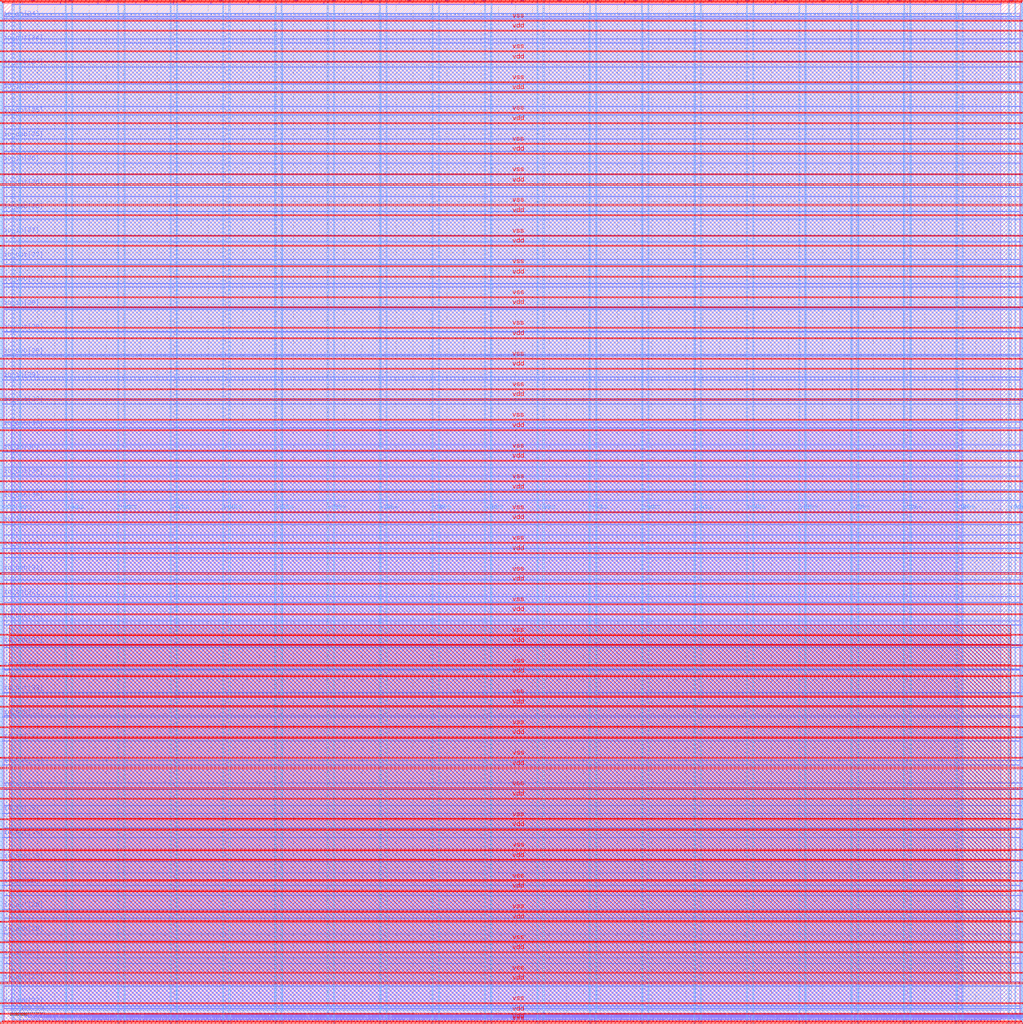
<source format=lef>
VERSION 5.7 ;
  NOWIREEXTENSIONATPIN ON ;
  DIVIDERCHAR "/" ;
  BUSBITCHARS "[]" ;
MACRO user_project_wrapper
  CLASS BLOCK ;
  FOREIGN user_project_wrapper ;
  ORIGIN 0.000 0.000 ;
  SIZE 2980.200 BY 2980.200 ;
  PIN io_in[0]
    DIRECTION INPUT ;
    USE SIGNAL ;
    PORT
      LAYER Metal3 ;
        RECT 2977.800 35.560 2985.000 36.680 ;
    END
  END io_in[0]
  PIN io_in[10]
    DIRECTION INPUT ;
    USE SIGNAL ;
    PORT
      LAYER Metal3 ;
        RECT 2977.800 2017.960 2985.000 2019.080 ;
    END
  END io_in[10]
  PIN io_in[11]
    DIRECTION INPUT ;
    USE SIGNAL ;
    PORT
      LAYER Metal3 ;
        RECT 2977.800 2216.200 2985.000 2217.320 ;
    END
  END io_in[11]
  PIN io_in[12]
    DIRECTION INPUT ;
    USE SIGNAL ;
    PORT
      LAYER Metal3 ;
        RECT 2977.800 2414.440 2985.000 2415.560 ;
    END
  END io_in[12]
  PIN io_in[13]
    DIRECTION INPUT ;
    USE SIGNAL ;
    PORT
      LAYER Metal3 ;
        RECT 2977.800 2612.680 2985.000 2613.800 ;
    END
  END io_in[13]
  PIN io_in[14]
    DIRECTION INPUT ;
    USE SIGNAL ;
    PORT
      LAYER Metal3 ;
        RECT 2977.800 2810.920 2985.000 2812.040 ;
    END
  END io_in[14]
  PIN io_in[15]
    DIRECTION INPUT ;
    USE SIGNAL ;
    PORT
      LAYER Metal2 ;
        RECT 2923.480 2977.800 2924.600 2985.000 ;
    END
  END io_in[15]
  PIN io_in[16]
    DIRECTION INPUT ;
    USE SIGNAL ;
    PORT
      LAYER Metal2 ;
        RECT 2592.520 2977.800 2593.640 2985.000 ;
    END
  END io_in[16]
  PIN io_in[17]
    DIRECTION INPUT ;
    USE SIGNAL ;
    PORT
      LAYER Metal2 ;
        RECT 2261.560 2977.800 2262.680 2985.000 ;
    END
  END io_in[17]
  PIN io_in[18]
    DIRECTION INPUT ;
    USE SIGNAL ;
    PORT
      LAYER Metal2 ;
        RECT 1930.600 2977.800 1931.720 2985.000 ;
    END
  END io_in[18]
  PIN io_in[19]
    DIRECTION INPUT ;
    USE SIGNAL ;
    PORT
      LAYER Metal2 ;
        RECT 1599.640 2977.800 1600.760 2985.000 ;
    END
  END io_in[19]
  PIN io_in[1]
    DIRECTION INPUT ;
    USE SIGNAL ;
    PORT
      LAYER Metal3 ;
        RECT 2977.800 233.800 2985.000 234.920 ;
    END
  END io_in[1]
  PIN io_in[20]
    DIRECTION INPUT ;
    USE SIGNAL ;
    PORT
      LAYER Metal2 ;
        RECT 1268.680 2977.800 1269.800 2985.000 ;
    END
  END io_in[20]
  PIN io_in[21]
    DIRECTION INPUT ;
    USE SIGNAL ;
    PORT
      LAYER Metal2 ;
        RECT 937.720 2977.800 938.840 2985.000 ;
    END
  END io_in[21]
  PIN io_in[22]
    DIRECTION INPUT ;
    USE SIGNAL ;
    PORT
      LAYER Metal2 ;
        RECT 606.760 2977.800 607.880 2985.000 ;
    END
  END io_in[22]
  PIN io_in[23]
    DIRECTION INPUT ;
    USE SIGNAL ;
    PORT
      LAYER Metal2 ;
        RECT 275.800 2977.800 276.920 2985.000 ;
    END
  END io_in[23]
  PIN io_in[24]
    DIRECTION INPUT ;
    USE SIGNAL ;
    PORT
      LAYER Metal3 ;
        RECT -4.800 2935.800 2.400 2936.920 ;
    END
  END io_in[24]
  PIN io_in[25]
    DIRECTION INPUT ;
    USE SIGNAL ;
    PORT
      LAYER Metal3 ;
        RECT -4.800 2724.120 2.400 2725.240 ;
    END
  END io_in[25]
  PIN io_in[26]
    DIRECTION INPUT ;
    USE SIGNAL ;
    PORT
      LAYER Metal3 ;
        RECT -4.800 2512.440 2.400 2513.560 ;
    END
  END io_in[26]
  PIN io_in[27]
    DIRECTION INPUT ;
    USE SIGNAL ;
    PORT
      LAYER Metal3 ;
        RECT -4.800 2300.760 2.400 2301.880 ;
    END
  END io_in[27]
  PIN io_in[28]
    DIRECTION INPUT ;
    USE SIGNAL ;
    PORT
      LAYER Metal3 ;
        RECT -4.800 2089.080 2.400 2090.200 ;
    END
  END io_in[28]
  PIN io_in[29]
    DIRECTION INPUT ;
    USE SIGNAL ;
    PORT
      LAYER Metal3 ;
        RECT -4.800 1877.400 2.400 1878.520 ;
    END
  END io_in[29]
  PIN io_in[2]
    DIRECTION INPUT ;
    USE SIGNAL ;
    PORT
      LAYER Metal3 ;
        RECT 2977.800 432.040 2985.000 433.160 ;
    END
  END io_in[2]
  PIN io_in[30]
    DIRECTION INPUT ;
    USE SIGNAL ;
    PORT
      LAYER Metal3 ;
        RECT -4.800 1665.720 2.400 1666.840 ;
    END
  END io_in[30]
  PIN io_in[31]
    DIRECTION INPUT ;
    USE SIGNAL ;
    PORT
      LAYER Metal3 ;
        RECT -4.800 1454.040 2.400 1455.160 ;
    END
  END io_in[31]
  PIN io_in[32]
    DIRECTION INPUT ;
    USE SIGNAL ;
    PORT
      LAYER Metal3 ;
        RECT -4.800 1242.360 2.400 1243.480 ;
    END
  END io_in[32]
  PIN io_in[33]
    DIRECTION INPUT ;
    USE SIGNAL ;
    PORT
      LAYER Metal3 ;
        RECT -4.800 1030.680 2.400 1031.800 ;
    END
  END io_in[33]
  PIN io_in[34]
    DIRECTION INPUT ;
    USE SIGNAL ;
    PORT
      LAYER Metal3 ;
        RECT -4.800 819.000 2.400 820.120 ;
    END
  END io_in[34]
  PIN io_in[35]
    DIRECTION INPUT ;
    USE SIGNAL ;
    PORT
      LAYER Metal3 ;
        RECT -4.800 607.320 2.400 608.440 ;
    END
  END io_in[35]
  PIN io_in[36]
    DIRECTION INPUT ;
    USE SIGNAL ;
    PORT
      LAYER Metal3 ;
        RECT -4.800 395.640 2.400 396.760 ;
    END
  END io_in[36]
  PIN io_in[37]
    DIRECTION INPUT ;
    USE SIGNAL ;
    PORT
      LAYER Metal3 ;
        RECT -4.800 183.960 2.400 185.080 ;
    END
  END io_in[37]
  PIN io_in[3]
    DIRECTION INPUT ;
    USE SIGNAL ;
    PORT
      LAYER Metal3 ;
        RECT 2977.800 630.280 2985.000 631.400 ;
    END
  END io_in[3]
  PIN io_in[4]
    DIRECTION INPUT ;
    USE SIGNAL ;
    PORT
      LAYER Metal3 ;
        RECT 2977.800 828.520 2985.000 829.640 ;
    END
  END io_in[4]
  PIN io_in[5]
    DIRECTION INPUT ;
    USE SIGNAL ;
    PORT
      LAYER Metal3 ;
        RECT 2977.800 1026.760 2985.000 1027.880 ;
    END
  END io_in[5]
  PIN io_in[6]
    DIRECTION INPUT ;
    USE SIGNAL ;
    PORT
      LAYER Metal3 ;
        RECT 2977.800 1225.000 2985.000 1226.120 ;
    END
  END io_in[6]
  PIN io_in[7]
    DIRECTION INPUT ;
    USE SIGNAL ;
    PORT
      LAYER Metal3 ;
        RECT 2977.800 1423.240 2985.000 1424.360 ;
    END
  END io_in[7]
  PIN io_in[8]
    DIRECTION INPUT ;
    USE SIGNAL ;
    PORT
      LAYER Metal3 ;
        RECT 2977.800 1621.480 2985.000 1622.600 ;
    END
  END io_in[8]
  PIN io_in[9]
    DIRECTION INPUT ;
    USE SIGNAL ;
    PORT
      LAYER Metal3 ;
        RECT 2977.800 1819.720 2985.000 1820.840 ;
    END
  END io_in[9]
  PIN io_oeb[0]
    DIRECTION OUTPUT TRISTATE ;
    USE SIGNAL ;
    PORT
      LAYER Metal3 ;
        RECT 2977.800 167.720 2985.000 168.840 ;
    END
  END io_oeb[0]
  PIN io_oeb[10]
    DIRECTION OUTPUT TRISTATE ;
    USE SIGNAL ;
    PORT
      LAYER Metal3 ;
        RECT 2977.800 2150.120 2985.000 2151.240 ;
    END
  END io_oeb[10]
  PIN io_oeb[11]
    DIRECTION OUTPUT TRISTATE ;
    USE SIGNAL ;
    PORT
      LAYER Metal3 ;
        RECT 2977.800 2348.360 2985.000 2349.480 ;
    END
  END io_oeb[11]
  PIN io_oeb[12]
    DIRECTION OUTPUT TRISTATE ;
    USE SIGNAL ;
    PORT
      LAYER Metal3 ;
        RECT 2977.800 2546.600 2985.000 2547.720 ;
    END
  END io_oeb[12]
  PIN io_oeb[13]
    DIRECTION OUTPUT TRISTATE ;
    USE SIGNAL ;
    PORT
      LAYER Metal3 ;
        RECT 2977.800 2744.840 2985.000 2745.960 ;
    END
  END io_oeb[13]
  PIN io_oeb[14]
    DIRECTION OUTPUT TRISTATE ;
    USE SIGNAL ;
    PORT
      LAYER Metal3 ;
        RECT 2977.800 2943.080 2985.000 2944.200 ;
    END
  END io_oeb[14]
  PIN io_oeb[15]
    DIRECTION OUTPUT TRISTATE ;
    USE SIGNAL ;
    PORT
      LAYER Metal2 ;
        RECT 2702.840 2977.800 2703.960 2985.000 ;
    END
  END io_oeb[15]
  PIN io_oeb[16]
    DIRECTION OUTPUT TRISTATE ;
    USE SIGNAL ;
    PORT
      LAYER Metal2 ;
        RECT 2371.880 2977.800 2373.000 2985.000 ;
    END
  END io_oeb[16]
  PIN io_oeb[17]
    DIRECTION OUTPUT TRISTATE ;
    USE SIGNAL ;
    PORT
      LAYER Metal2 ;
        RECT 2040.920 2977.800 2042.040 2985.000 ;
    END
  END io_oeb[17]
  PIN io_oeb[18]
    DIRECTION OUTPUT TRISTATE ;
    USE SIGNAL ;
    PORT
      LAYER Metal2 ;
        RECT 1709.960 2977.800 1711.080 2985.000 ;
    END
  END io_oeb[18]
  PIN io_oeb[19]
    DIRECTION OUTPUT TRISTATE ;
    USE SIGNAL ;
    PORT
      LAYER Metal2 ;
        RECT 1379.000 2977.800 1380.120 2985.000 ;
    END
  END io_oeb[19]
  PIN io_oeb[1]
    DIRECTION OUTPUT TRISTATE ;
    USE SIGNAL ;
    PORT
      LAYER Metal3 ;
        RECT 2977.800 365.960 2985.000 367.080 ;
    END
  END io_oeb[1]
  PIN io_oeb[20]
    DIRECTION OUTPUT TRISTATE ;
    USE SIGNAL ;
    PORT
      LAYER Metal2 ;
        RECT 1048.040 2977.800 1049.160 2985.000 ;
    END
  END io_oeb[20]
  PIN io_oeb[21]
    DIRECTION OUTPUT TRISTATE ;
    USE SIGNAL ;
    PORT
      LAYER Metal2 ;
        RECT 717.080 2977.800 718.200 2985.000 ;
    END
  END io_oeb[21]
  PIN io_oeb[22]
    DIRECTION OUTPUT TRISTATE ;
    USE SIGNAL ;
    PORT
      LAYER Metal2 ;
        RECT 386.120 2977.800 387.240 2985.000 ;
    END
  END io_oeb[22]
  PIN io_oeb[23]
    DIRECTION OUTPUT TRISTATE ;
    USE SIGNAL ;
    PORT
      LAYER Metal2 ;
        RECT 55.160 2977.800 56.280 2985.000 ;
    END
  END io_oeb[23]
  PIN io_oeb[24]
    DIRECTION OUTPUT TRISTATE ;
    USE SIGNAL ;
    PORT
      LAYER Metal3 ;
        RECT -4.800 2794.680 2.400 2795.800 ;
    END
  END io_oeb[24]
  PIN io_oeb[25]
    DIRECTION OUTPUT TRISTATE ;
    USE SIGNAL ;
    PORT
      LAYER Metal3 ;
        RECT -4.800 2583.000 2.400 2584.120 ;
    END
  END io_oeb[25]
  PIN io_oeb[26]
    DIRECTION OUTPUT TRISTATE ;
    USE SIGNAL ;
    PORT
      LAYER Metal3 ;
        RECT -4.800 2371.320 2.400 2372.440 ;
    END
  END io_oeb[26]
  PIN io_oeb[27]
    DIRECTION OUTPUT TRISTATE ;
    USE SIGNAL ;
    PORT
      LAYER Metal3 ;
        RECT -4.800 2159.640 2.400 2160.760 ;
    END
  END io_oeb[27]
  PIN io_oeb[28]
    DIRECTION OUTPUT TRISTATE ;
    USE SIGNAL ;
    PORT
      LAYER Metal3 ;
        RECT -4.800 1947.960 2.400 1949.080 ;
    END
  END io_oeb[28]
  PIN io_oeb[29]
    DIRECTION OUTPUT TRISTATE ;
    USE SIGNAL ;
    PORT
      LAYER Metal3 ;
        RECT -4.800 1736.280 2.400 1737.400 ;
    END
  END io_oeb[29]
  PIN io_oeb[2]
    DIRECTION OUTPUT TRISTATE ;
    USE SIGNAL ;
    PORT
      LAYER Metal3 ;
        RECT 2977.800 564.200 2985.000 565.320 ;
    END
  END io_oeb[2]
  PIN io_oeb[30]
    DIRECTION OUTPUT TRISTATE ;
    USE SIGNAL ;
    PORT
      LAYER Metal3 ;
        RECT -4.800 1524.600 2.400 1525.720 ;
    END
  END io_oeb[30]
  PIN io_oeb[31]
    DIRECTION OUTPUT TRISTATE ;
    USE SIGNAL ;
    PORT
      LAYER Metal3 ;
        RECT -4.800 1312.920 2.400 1314.040 ;
    END
  END io_oeb[31]
  PIN io_oeb[32]
    DIRECTION OUTPUT TRISTATE ;
    USE SIGNAL ;
    PORT
      LAYER Metal3 ;
        RECT -4.800 1101.240 2.400 1102.360 ;
    END
  END io_oeb[32]
  PIN io_oeb[33]
    DIRECTION OUTPUT TRISTATE ;
    USE SIGNAL ;
    PORT
      LAYER Metal3 ;
        RECT -4.800 889.560 2.400 890.680 ;
    END
  END io_oeb[33]
  PIN io_oeb[34]
    DIRECTION OUTPUT TRISTATE ;
    USE SIGNAL ;
    PORT
      LAYER Metal3 ;
        RECT -4.800 677.880 2.400 679.000 ;
    END
  END io_oeb[34]
  PIN io_oeb[35]
    DIRECTION OUTPUT TRISTATE ;
    USE SIGNAL ;
    PORT
      LAYER Metal3 ;
        RECT -4.800 466.200 2.400 467.320 ;
    END
  END io_oeb[35]
  PIN io_oeb[36]
    DIRECTION OUTPUT TRISTATE ;
    USE SIGNAL ;
    PORT
      LAYER Metal3 ;
        RECT -4.800 254.520 2.400 255.640 ;
    END
  END io_oeb[36]
  PIN io_oeb[37]
    DIRECTION OUTPUT TRISTATE ;
    USE SIGNAL ;
    PORT
      LAYER Metal3 ;
        RECT -4.800 42.840 2.400 43.960 ;
    END
  END io_oeb[37]
  PIN io_oeb[3]
    DIRECTION OUTPUT TRISTATE ;
    USE SIGNAL ;
    PORT
      LAYER Metal3 ;
        RECT 2977.800 762.440 2985.000 763.560 ;
    END
  END io_oeb[3]
  PIN io_oeb[4]
    DIRECTION OUTPUT TRISTATE ;
    USE SIGNAL ;
    PORT
      LAYER Metal3 ;
        RECT 2977.800 960.680 2985.000 961.800 ;
    END
  END io_oeb[4]
  PIN io_oeb[5]
    DIRECTION OUTPUT TRISTATE ;
    USE SIGNAL ;
    PORT
      LAYER Metal3 ;
        RECT 2977.800 1158.920 2985.000 1160.040 ;
    END
  END io_oeb[5]
  PIN io_oeb[6]
    DIRECTION OUTPUT TRISTATE ;
    USE SIGNAL ;
    PORT
      LAYER Metal3 ;
        RECT 2977.800 1357.160 2985.000 1358.280 ;
    END
  END io_oeb[6]
  PIN io_oeb[7]
    DIRECTION OUTPUT TRISTATE ;
    USE SIGNAL ;
    PORT
      LAYER Metal3 ;
        RECT 2977.800 1555.400 2985.000 1556.520 ;
    END
  END io_oeb[7]
  PIN io_oeb[8]
    DIRECTION OUTPUT TRISTATE ;
    USE SIGNAL ;
    PORT
      LAYER Metal3 ;
        RECT 2977.800 1753.640 2985.000 1754.760 ;
    END
  END io_oeb[8]
  PIN io_oeb[9]
    DIRECTION OUTPUT TRISTATE ;
    USE SIGNAL ;
    PORT
      LAYER Metal3 ;
        RECT 2977.800 1951.880 2985.000 1953.000 ;
    END
  END io_oeb[9]
  PIN io_out[0]
    DIRECTION OUTPUT TRISTATE ;
    USE SIGNAL ;
    PORT
      LAYER Metal3 ;
        RECT 2977.800 101.640 2985.000 102.760 ;
    END
  END io_out[0]
  PIN io_out[10]
    DIRECTION OUTPUT TRISTATE ;
    USE SIGNAL ;
    PORT
      LAYER Metal3 ;
        RECT 2977.800 2084.040 2985.000 2085.160 ;
    END
  END io_out[10]
  PIN io_out[11]
    DIRECTION OUTPUT TRISTATE ;
    USE SIGNAL ;
    PORT
      LAYER Metal3 ;
        RECT 2977.800 2282.280 2985.000 2283.400 ;
    END
  END io_out[11]
  PIN io_out[12]
    DIRECTION OUTPUT TRISTATE ;
    USE SIGNAL ;
    PORT
      LAYER Metal3 ;
        RECT 2977.800 2480.520 2985.000 2481.640 ;
    END
  END io_out[12]
  PIN io_out[13]
    DIRECTION OUTPUT TRISTATE ;
    USE SIGNAL ;
    PORT
      LAYER Metal3 ;
        RECT 2977.800 2678.760 2985.000 2679.880 ;
    END
  END io_out[13]
  PIN io_out[14]
    DIRECTION OUTPUT TRISTATE ;
    USE SIGNAL ;
    PORT
      LAYER Metal3 ;
        RECT 2977.800 2877.000 2985.000 2878.120 ;
    END
  END io_out[14]
  PIN io_out[15]
    DIRECTION OUTPUT TRISTATE ;
    USE SIGNAL ;
    PORT
      LAYER Metal2 ;
        RECT 2813.160 2977.800 2814.280 2985.000 ;
    END
  END io_out[15]
  PIN io_out[16]
    DIRECTION OUTPUT TRISTATE ;
    USE SIGNAL ;
    PORT
      LAYER Metal2 ;
        RECT 2482.200 2977.800 2483.320 2985.000 ;
    END
  END io_out[16]
  PIN io_out[17]
    DIRECTION OUTPUT TRISTATE ;
    USE SIGNAL ;
    PORT
      LAYER Metal2 ;
        RECT 2151.240 2977.800 2152.360 2985.000 ;
    END
  END io_out[17]
  PIN io_out[18]
    DIRECTION OUTPUT TRISTATE ;
    USE SIGNAL ;
    PORT
      LAYER Metal2 ;
        RECT 1820.280 2977.800 1821.400 2985.000 ;
    END
  END io_out[18]
  PIN io_out[19]
    DIRECTION OUTPUT TRISTATE ;
    USE SIGNAL ;
    PORT
      LAYER Metal2 ;
        RECT 1489.320 2977.800 1490.440 2985.000 ;
    END
  END io_out[19]
  PIN io_out[1]
    DIRECTION OUTPUT TRISTATE ;
    USE SIGNAL ;
    PORT
      LAYER Metal3 ;
        RECT 2977.800 299.880 2985.000 301.000 ;
    END
  END io_out[1]
  PIN io_out[20]
    DIRECTION OUTPUT TRISTATE ;
    USE SIGNAL ;
    PORT
      LAYER Metal2 ;
        RECT 1158.360 2977.800 1159.480 2985.000 ;
    END
  END io_out[20]
  PIN io_out[21]
    DIRECTION OUTPUT TRISTATE ;
    USE SIGNAL ;
    PORT
      LAYER Metal2 ;
        RECT 827.400 2977.800 828.520 2985.000 ;
    END
  END io_out[21]
  PIN io_out[22]
    DIRECTION OUTPUT TRISTATE ;
    USE SIGNAL ;
    PORT
      LAYER Metal2 ;
        RECT 496.440 2977.800 497.560 2985.000 ;
    END
  END io_out[22]
  PIN io_out[23]
    DIRECTION OUTPUT TRISTATE ;
    USE SIGNAL ;
    PORT
      LAYER Metal2 ;
        RECT 165.480 2977.800 166.600 2985.000 ;
    END
  END io_out[23]
  PIN io_out[24]
    DIRECTION OUTPUT TRISTATE ;
    USE SIGNAL ;
    PORT
      LAYER Metal3 ;
        RECT -4.800 2865.240 2.400 2866.360 ;
    END
  END io_out[24]
  PIN io_out[25]
    DIRECTION OUTPUT TRISTATE ;
    USE SIGNAL ;
    PORT
      LAYER Metal3 ;
        RECT -4.800 2653.560 2.400 2654.680 ;
    END
  END io_out[25]
  PIN io_out[26]
    DIRECTION OUTPUT TRISTATE ;
    USE SIGNAL ;
    PORT
      LAYER Metal3 ;
        RECT -4.800 2441.880 2.400 2443.000 ;
    END
  END io_out[26]
  PIN io_out[27]
    DIRECTION OUTPUT TRISTATE ;
    USE SIGNAL ;
    PORT
      LAYER Metal3 ;
        RECT -4.800 2230.200 2.400 2231.320 ;
    END
  END io_out[27]
  PIN io_out[28]
    DIRECTION OUTPUT TRISTATE ;
    USE SIGNAL ;
    PORT
      LAYER Metal3 ;
        RECT -4.800 2018.520 2.400 2019.640 ;
    END
  END io_out[28]
  PIN io_out[29]
    DIRECTION OUTPUT TRISTATE ;
    USE SIGNAL ;
    PORT
      LAYER Metal3 ;
        RECT -4.800 1806.840 2.400 1807.960 ;
    END
  END io_out[29]
  PIN io_out[2]
    DIRECTION OUTPUT TRISTATE ;
    USE SIGNAL ;
    PORT
      LAYER Metal3 ;
        RECT 2977.800 498.120 2985.000 499.240 ;
    END
  END io_out[2]
  PIN io_out[30]
    DIRECTION OUTPUT TRISTATE ;
    USE SIGNAL ;
    PORT
      LAYER Metal3 ;
        RECT -4.800 1595.160 2.400 1596.280 ;
    END
  END io_out[30]
  PIN io_out[31]
    DIRECTION OUTPUT TRISTATE ;
    USE SIGNAL ;
    PORT
      LAYER Metal3 ;
        RECT -4.800 1383.480 2.400 1384.600 ;
    END
  END io_out[31]
  PIN io_out[32]
    DIRECTION OUTPUT TRISTATE ;
    USE SIGNAL ;
    PORT
      LAYER Metal3 ;
        RECT -4.800 1171.800 2.400 1172.920 ;
    END
  END io_out[32]
  PIN io_out[33]
    DIRECTION OUTPUT TRISTATE ;
    USE SIGNAL ;
    PORT
      LAYER Metal3 ;
        RECT -4.800 960.120 2.400 961.240 ;
    END
  END io_out[33]
  PIN io_out[34]
    DIRECTION OUTPUT TRISTATE ;
    USE SIGNAL ;
    PORT
      LAYER Metal3 ;
        RECT -4.800 748.440 2.400 749.560 ;
    END
  END io_out[34]
  PIN io_out[35]
    DIRECTION OUTPUT TRISTATE ;
    USE SIGNAL ;
    PORT
      LAYER Metal3 ;
        RECT -4.800 536.760 2.400 537.880 ;
    END
  END io_out[35]
  PIN io_out[36]
    DIRECTION OUTPUT TRISTATE ;
    USE SIGNAL ;
    PORT
      LAYER Metal3 ;
        RECT -4.800 325.080 2.400 326.200 ;
    END
  END io_out[36]
  PIN io_out[37]
    DIRECTION OUTPUT TRISTATE ;
    USE SIGNAL ;
    PORT
      LAYER Metal3 ;
        RECT -4.800 113.400 2.400 114.520 ;
    END
  END io_out[37]
  PIN io_out[3]
    DIRECTION OUTPUT TRISTATE ;
    USE SIGNAL ;
    PORT
      LAYER Metal3 ;
        RECT 2977.800 696.360 2985.000 697.480 ;
    END
  END io_out[3]
  PIN io_out[4]
    DIRECTION OUTPUT TRISTATE ;
    USE SIGNAL ;
    PORT
      LAYER Metal3 ;
        RECT 2977.800 894.600 2985.000 895.720 ;
    END
  END io_out[4]
  PIN io_out[5]
    DIRECTION OUTPUT TRISTATE ;
    USE SIGNAL ;
    PORT
      LAYER Metal3 ;
        RECT 2977.800 1092.840 2985.000 1093.960 ;
    END
  END io_out[5]
  PIN io_out[6]
    DIRECTION OUTPUT TRISTATE ;
    USE SIGNAL ;
    PORT
      LAYER Metal3 ;
        RECT 2977.800 1291.080 2985.000 1292.200 ;
    END
  END io_out[6]
  PIN io_out[7]
    DIRECTION OUTPUT TRISTATE ;
    USE SIGNAL ;
    PORT
      LAYER Metal3 ;
        RECT 2977.800 1489.320 2985.000 1490.440 ;
    END
  END io_out[7]
  PIN io_out[8]
    DIRECTION OUTPUT TRISTATE ;
    USE SIGNAL ;
    PORT
      LAYER Metal3 ;
        RECT 2977.800 1687.560 2985.000 1688.680 ;
    END
  END io_out[8]
  PIN io_out[9]
    DIRECTION OUTPUT TRISTATE ;
    USE SIGNAL ;
    PORT
      LAYER Metal3 ;
        RECT 2977.800 1885.800 2985.000 1886.920 ;
    END
  END io_out[9]
  PIN la_data_in[0]
    DIRECTION INPUT ;
    USE SIGNAL ;
    PORT
      LAYER Metal2 ;
        RECT 1065.960 -4.800 1067.080 2.400 ;
    END
  END la_data_in[0]
  PIN la_data_in[10]
    DIRECTION INPUT ;
    USE SIGNAL ;
    PORT
      LAYER Metal2 ;
        RECT 1351.560 -4.800 1352.680 2.400 ;
    END
  END la_data_in[10]
  PIN la_data_in[11]
    DIRECTION INPUT ;
    USE SIGNAL ;
    PORT
      LAYER Metal2 ;
        RECT 1380.120 -4.800 1381.240 2.400 ;
    END
  END la_data_in[11]
  PIN la_data_in[12]
    DIRECTION INPUT ;
    USE SIGNAL ;
    PORT
      LAYER Metal2 ;
        RECT 1408.680 -4.800 1409.800 2.400 ;
    END
  END la_data_in[12]
  PIN la_data_in[13]
    DIRECTION INPUT ;
    USE SIGNAL ;
    PORT
      LAYER Metal2 ;
        RECT 1437.240 -4.800 1438.360 2.400 ;
    END
  END la_data_in[13]
  PIN la_data_in[14]
    DIRECTION INPUT ;
    USE SIGNAL ;
    PORT
      LAYER Metal2 ;
        RECT 1465.800 -4.800 1466.920 2.400 ;
    END
  END la_data_in[14]
  PIN la_data_in[15]
    DIRECTION INPUT ;
    USE SIGNAL ;
    PORT
      LAYER Metal2 ;
        RECT 1494.360 -4.800 1495.480 2.400 ;
    END
  END la_data_in[15]
  PIN la_data_in[16]
    DIRECTION INPUT ;
    USE SIGNAL ;
    PORT
      LAYER Metal2 ;
        RECT 1522.920 -4.800 1524.040 2.400 ;
    END
  END la_data_in[16]
  PIN la_data_in[17]
    DIRECTION INPUT ;
    USE SIGNAL ;
    PORT
      LAYER Metal2 ;
        RECT 1551.480 -4.800 1552.600 2.400 ;
    END
  END la_data_in[17]
  PIN la_data_in[18]
    DIRECTION INPUT ;
    USE SIGNAL ;
    PORT
      LAYER Metal2 ;
        RECT 1580.040 -4.800 1581.160 2.400 ;
    END
  END la_data_in[18]
  PIN la_data_in[19]
    DIRECTION INPUT ;
    USE SIGNAL ;
    PORT
      LAYER Metal2 ;
        RECT 1608.600 -4.800 1609.720 2.400 ;
    END
  END la_data_in[19]
  PIN la_data_in[1]
    DIRECTION INPUT ;
    USE SIGNAL ;
    PORT
      LAYER Metal2 ;
        RECT 1094.520 -4.800 1095.640 2.400 ;
    END
  END la_data_in[1]
  PIN la_data_in[20]
    DIRECTION INPUT ;
    USE SIGNAL ;
    PORT
      LAYER Metal2 ;
        RECT 1637.160 -4.800 1638.280 2.400 ;
    END
  END la_data_in[20]
  PIN la_data_in[21]
    DIRECTION INPUT ;
    USE SIGNAL ;
    PORT
      LAYER Metal2 ;
        RECT 1665.720 -4.800 1666.840 2.400 ;
    END
  END la_data_in[21]
  PIN la_data_in[22]
    DIRECTION INPUT ;
    USE SIGNAL ;
    PORT
      LAYER Metal2 ;
        RECT 1694.280 -4.800 1695.400 2.400 ;
    END
  END la_data_in[22]
  PIN la_data_in[23]
    DIRECTION INPUT ;
    USE SIGNAL ;
    PORT
      LAYER Metal2 ;
        RECT 1722.840 -4.800 1723.960 2.400 ;
    END
  END la_data_in[23]
  PIN la_data_in[24]
    DIRECTION INPUT ;
    USE SIGNAL ;
    PORT
      LAYER Metal2 ;
        RECT 1751.400 -4.800 1752.520 2.400 ;
    END
  END la_data_in[24]
  PIN la_data_in[25]
    DIRECTION INPUT ;
    USE SIGNAL ;
    PORT
      LAYER Metal2 ;
        RECT 1779.960 -4.800 1781.080 2.400 ;
    END
  END la_data_in[25]
  PIN la_data_in[26]
    DIRECTION INPUT ;
    USE SIGNAL ;
    PORT
      LAYER Metal2 ;
        RECT 1808.520 -4.800 1809.640 2.400 ;
    END
  END la_data_in[26]
  PIN la_data_in[27]
    DIRECTION INPUT ;
    USE SIGNAL ;
    PORT
      LAYER Metal2 ;
        RECT 1837.080 -4.800 1838.200 2.400 ;
    END
  END la_data_in[27]
  PIN la_data_in[28]
    DIRECTION INPUT ;
    USE SIGNAL ;
    PORT
      LAYER Metal2 ;
        RECT 1865.640 -4.800 1866.760 2.400 ;
    END
  END la_data_in[28]
  PIN la_data_in[29]
    DIRECTION INPUT ;
    USE SIGNAL ;
    PORT
      LAYER Metal2 ;
        RECT 1894.200 -4.800 1895.320 2.400 ;
    END
  END la_data_in[29]
  PIN la_data_in[2]
    DIRECTION INPUT ;
    USE SIGNAL ;
    PORT
      LAYER Metal2 ;
        RECT 1123.080 -4.800 1124.200 2.400 ;
    END
  END la_data_in[2]
  PIN la_data_in[30]
    DIRECTION INPUT ;
    USE SIGNAL ;
    PORT
      LAYER Metal2 ;
        RECT 1922.760 -4.800 1923.880 2.400 ;
    END
  END la_data_in[30]
  PIN la_data_in[31]
    DIRECTION INPUT ;
    USE SIGNAL ;
    PORT
      LAYER Metal2 ;
        RECT 1951.320 -4.800 1952.440 2.400 ;
    END
  END la_data_in[31]
  PIN la_data_in[32]
    DIRECTION INPUT ;
    USE SIGNAL ;
    PORT
      LAYER Metal2 ;
        RECT 1979.880 -4.800 1981.000 2.400 ;
    END
  END la_data_in[32]
  PIN la_data_in[33]
    DIRECTION INPUT ;
    USE SIGNAL ;
    PORT
      LAYER Metal2 ;
        RECT 2008.440 -4.800 2009.560 2.400 ;
    END
  END la_data_in[33]
  PIN la_data_in[34]
    DIRECTION INPUT ;
    USE SIGNAL ;
    PORT
      LAYER Metal2 ;
        RECT 2037.000 -4.800 2038.120 2.400 ;
    END
  END la_data_in[34]
  PIN la_data_in[35]
    DIRECTION INPUT ;
    USE SIGNAL ;
    PORT
      LAYER Metal2 ;
        RECT 2065.560 -4.800 2066.680 2.400 ;
    END
  END la_data_in[35]
  PIN la_data_in[36]
    DIRECTION INPUT ;
    USE SIGNAL ;
    PORT
      LAYER Metal2 ;
        RECT 2094.120 -4.800 2095.240 2.400 ;
    END
  END la_data_in[36]
  PIN la_data_in[37]
    DIRECTION INPUT ;
    USE SIGNAL ;
    PORT
      LAYER Metal2 ;
        RECT 2122.680 -4.800 2123.800 2.400 ;
    END
  END la_data_in[37]
  PIN la_data_in[38]
    DIRECTION INPUT ;
    USE SIGNAL ;
    PORT
      LAYER Metal2 ;
        RECT 2151.240 -4.800 2152.360 2.400 ;
    END
  END la_data_in[38]
  PIN la_data_in[39]
    DIRECTION INPUT ;
    USE SIGNAL ;
    PORT
      LAYER Metal2 ;
        RECT 2179.800 -4.800 2180.920 2.400 ;
    END
  END la_data_in[39]
  PIN la_data_in[3]
    DIRECTION INPUT ;
    USE SIGNAL ;
    PORT
      LAYER Metal2 ;
        RECT 1151.640 -4.800 1152.760 2.400 ;
    END
  END la_data_in[3]
  PIN la_data_in[40]
    DIRECTION INPUT ;
    USE SIGNAL ;
    PORT
      LAYER Metal2 ;
        RECT 2208.360 -4.800 2209.480 2.400 ;
    END
  END la_data_in[40]
  PIN la_data_in[41]
    DIRECTION INPUT ;
    USE SIGNAL ;
    PORT
      LAYER Metal2 ;
        RECT 2236.920 -4.800 2238.040 2.400 ;
    END
  END la_data_in[41]
  PIN la_data_in[42]
    DIRECTION INPUT ;
    USE SIGNAL ;
    PORT
      LAYER Metal2 ;
        RECT 2265.480 -4.800 2266.600 2.400 ;
    END
  END la_data_in[42]
  PIN la_data_in[43]
    DIRECTION INPUT ;
    USE SIGNAL ;
    PORT
      LAYER Metal2 ;
        RECT 2294.040 -4.800 2295.160 2.400 ;
    END
  END la_data_in[43]
  PIN la_data_in[44]
    DIRECTION INPUT ;
    USE SIGNAL ;
    PORT
      LAYER Metal2 ;
        RECT 2322.600 -4.800 2323.720 2.400 ;
    END
  END la_data_in[44]
  PIN la_data_in[45]
    DIRECTION INPUT ;
    USE SIGNAL ;
    PORT
      LAYER Metal2 ;
        RECT 2351.160 -4.800 2352.280 2.400 ;
    END
  END la_data_in[45]
  PIN la_data_in[46]
    DIRECTION INPUT ;
    USE SIGNAL ;
    PORT
      LAYER Metal2 ;
        RECT 2379.720 -4.800 2380.840 2.400 ;
    END
  END la_data_in[46]
  PIN la_data_in[47]
    DIRECTION INPUT ;
    USE SIGNAL ;
    PORT
      LAYER Metal2 ;
        RECT 2408.280 -4.800 2409.400 2.400 ;
    END
  END la_data_in[47]
  PIN la_data_in[48]
    DIRECTION INPUT ;
    USE SIGNAL ;
    PORT
      LAYER Metal2 ;
        RECT 2436.840 -4.800 2437.960 2.400 ;
    END
  END la_data_in[48]
  PIN la_data_in[49]
    DIRECTION INPUT ;
    USE SIGNAL ;
    PORT
      LAYER Metal2 ;
        RECT 2465.400 -4.800 2466.520 2.400 ;
    END
  END la_data_in[49]
  PIN la_data_in[4]
    DIRECTION INPUT ;
    USE SIGNAL ;
    PORT
      LAYER Metal2 ;
        RECT 1180.200 -4.800 1181.320 2.400 ;
    END
  END la_data_in[4]
  PIN la_data_in[50]
    DIRECTION INPUT ;
    USE SIGNAL ;
    PORT
      LAYER Metal2 ;
        RECT 2493.960 -4.800 2495.080 2.400 ;
    END
  END la_data_in[50]
  PIN la_data_in[51]
    DIRECTION INPUT ;
    USE SIGNAL ;
    PORT
      LAYER Metal2 ;
        RECT 2522.520 -4.800 2523.640 2.400 ;
    END
  END la_data_in[51]
  PIN la_data_in[52]
    DIRECTION INPUT ;
    USE SIGNAL ;
    PORT
      LAYER Metal2 ;
        RECT 2551.080 -4.800 2552.200 2.400 ;
    END
  END la_data_in[52]
  PIN la_data_in[53]
    DIRECTION INPUT ;
    USE SIGNAL ;
    PORT
      LAYER Metal2 ;
        RECT 2579.640 -4.800 2580.760 2.400 ;
    END
  END la_data_in[53]
  PIN la_data_in[54]
    DIRECTION INPUT ;
    USE SIGNAL ;
    PORT
      LAYER Metal2 ;
        RECT 2608.200 -4.800 2609.320 2.400 ;
    END
  END la_data_in[54]
  PIN la_data_in[55]
    DIRECTION INPUT ;
    USE SIGNAL ;
    PORT
      LAYER Metal2 ;
        RECT 2636.760 -4.800 2637.880 2.400 ;
    END
  END la_data_in[55]
  PIN la_data_in[56]
    DIRECTION INPUT ;
    USE SIGNAL ;
    PORT
      LAYER Metal2 ;
        RECT 2665.320 -4.800 2666.440 2.400 ;
    END
  END la_data_in[56]
  PIN la_data_in[57]
    DIRECTION INPUT ;
    USE SIGNAL ;
    PORT
      LAYER Metal2 ;
        RECT 2693.880 -4.800 2695.000 2.400 ;
    END
  END la_data_in[57]
  PIN la_data_in[58]
    DIRECTION INPUT ;
    USE SIGNAL ;
    PORT
      LAYER Metal2 ;
        RECT 2722.440 -4.800 2723.560 2.400 ;
    END
  END la_data_in[58]
  PIN la_data_in[59]
    DIRECTION INPUT ;
    USE SIGNAL ;
    PORT
      LAYER Metal2 ;
        RECT 2751.000 -4.800 2752.120 2.400 ;
    END
  END la_data_in[59]
  PIN la_data_in[5]
    DIRECTION INPUT ;
    USE SIGNAL ;
    PORT
      LAYER Metal2 ;
        RECT 1208.760 -4.800 1209.880 2.400 ;
    END
  END la_data_in[5]
  PIN la_data_in[60]
    DIRECTION INPUT ;
    USE SIGNAL ;
    PORT
      LAYER Metal2 ;
        RECT 2779.560 -4.800 2780.680 2.400 ;
    END
  END la_data_in[60]
  PIN la_data_in[61]
    DIRECTION INPUT ;
    USE SIGNAL ;
    PORT
      LAYER Metal2 ;
        RECT 2808.120 -4.800 2809.240 2.400 ;
    END
  END la_data_in[61]
  PIN la_data_in[62]
    DIRECTION INPUT ;
    USE SIGNAL ;
    PORT
      LAYER Metal2 ;
        RECT 2836.680 -4.800 2837.800 2.400 ;
    END
  END la_data_in[62]
  PIN la_data_in[63]
    DIRECTION INPUT ;
    USE SIGNAL ;
    PORT
      LAYER Metal2 ;
        RECT 2865.240 -4.800 2866.360 2.400 ;
    END
  END la_data_in[63]
  PIN la_data_in[6]
    DIRECTION INPUT ;
    USE SIGNAL ;
    PORT
      LAYER Metal2 ;
        RECT 1237.320 -4.800 1238.440 2.400 ;
    END
  END la_data_in[6]
  PIN la_data_in[7]
    DIRECTION INPUT ;
    USE SIGNAL ;
    PORT
      LAYER Metal2 ;
        RECT 1265.880 -4.800 1267.000 2.400 ;
    END
  END la_data_in[7]
  PIN la_data_in[8]
    DIRECTION INPUT ;
    USE SIGNAL ;
    PORT
      LAYER Metal2 ;
        RECT 1294.440 -4.800 1295.560 2.400 ;
    END
  END la_data_in[8]
  PIN la_data_in[9]
    DIRECTION INPUT ;
    USE SIGNAL ;
    PORT
      LAYER Metal2 ;
        RECT 1323.000 -4.800 1324.120 2.400 ;
    END
  END la_data_in[9]
  PIN la_data_out[0]
    DIRECTION OUTPUT TRISTATE ;
    USE SIGNAL ;
    PORT
      LAYER Metal2 ;
        RECT 1075.480 -4.800 1076.600 2.400 ;
    END
  END la_data_out[0]
  PIN la_data_out[10]
    DIRECTION OUTPUT TRISTATE ;
    USE SIGNAL ;
    PORT
      LAYER Metal2 ;
        RECT 1361.080 -4.800 1362.200 2.400 ;
    END
  END la_data_out[10]
  PIN la_data_out[11]
    DIRECTION OUTPUT TRISTATE ;
    USE SIGNAL ;
    PORT
      LAYER Metal2 ;
        RECT 1389.640 -4.800 1390.760 2.400 ;
    END
  END la_data_out[11]
  PIN la_data_out[12]
    DIRECTION OUTPUT TRISTATE ;
    USE SIGNAL ;
    PORT
      LAYER Metal2 ;
        RECT 1418.200 -4.800 1419.320 2.400 ;
    END
  END la_data_out[12]
  PIN la_data_out[13]
    DIRECTION OUTPUT TRISTATE ;
    USE SIGNAL ;
    PORT
      LAYER Metal2 ;
        RECT 1446.760 -4.800 1447.880 2.400 ;
    END
  END la_data_out[13]
  PIN la_data_out[14]
    DIRECTION OUTPUT TRISTATE ;
    USE SIGNAL ;
    PORT
      LAYER Metal2 ;
        RECT 1475.320 -4.800 1476.440 2.400 ;
    END
  END la_data_out[14]
  PIN la_data_out[15]
    DIRECTION OUTPUT TRISTATE ;
    USE SIGNAL ;
    PORT
      LAYER Metal2 ;
        RECT 1503.880 -4.800 1505.000 2.400 ;
    END
  END la_data_out[15]
  PIN la_data_out[16]
    DIRECTION OUTPUT TRISTATE ;
    USE SIGNAL ;
    PORT
      LAYER Metal2 ;
        RECT 1532.440 -4.800 1533.560 2.400 ;
    END
  END la_data_out[16]
  PIN la_data_out[17]
    DIRECTION OUTPUT TRISTATE ;
    USE SIGNAL ;
    PORT
      LAYER Metal2 ;
        RECT 1561.000 -4.800 1562.120 2.400 ;
    END
  END la_data_out[17]
  PIN la_data_out[18]
    DIRECTION OUTPUT TRISTATE ;
    USE SIGNAL ;
    PORT
      LAYER Metal2 ;
        RECT 1589.560 -4.800 1590.680 2.400 ;
    END
  END la_data_out[18]
  PIN la_data_out[19]
    DIRECTION OUTPUT TRISTATE ;
    USE SIGNAL ;
    PORT
      LAYER Metal2 ;
        RECT 1618.120 -4.800 1619.240 2.400 ;
    END
  END la_data_out[19]
  PIN la_data_out[1]
    DIRECTION OUTPUT TRISTATE ;
    USE SIGNAL ;
    PORT
      LAYER Metal2 ;
        RECT 1104.040 -4.800 1105.160 2.400 ;
    END
  END la_data_out[1]
  PIN la_data_out[20]
    DIRECTION OUTPUT TRISTATE ;
    USE SIGNAL ;
    PORT
      LAYER Metal2 ;
        RECT 1646.680 -4.800 1647.800 2.400 ;
    END
  END la_data_out[20]
  PIN la_data_out[21]
    DIRECTION OUTPUT TRISTATE ;
    USE SIGNAL ;
    PORT
      LAYER Metal2 ;
        RECT 1675.240 -4.800 1676.360 2.400 ;
    END
  END la_data_out[21]
  PIN la_data_out[22]
    DIRECTION OUTPUT TRISTATE ;
    USE SIGNAL ;
    PORT
      LAYER Metal2 ;
        RECT 1703.800 -4.800 1704.920 2.400 ;
    END
  END la_data_out[22]
  PIN la_data_out[23]
    DIRECTION OUTPUT TRISTATE ;
    USE SIGNAL ;
    PORT
      LAYER Metal2 ;
        RECT 1732.360 -4.800 1733.480 2.400 ;
    END
  END la_data_out[23]
  PIN la_data_out[24]
    DIRECTION OUTPUT TRISTATE ;
    USE SIGNAL ;
    PORT
      LAYER Metal2 ;
        RECT 1760.920 -4.800 1762.040 2.400 ;
    END
  END la_data_out[24]
  PIN la_data_out[25]
    DIRECTION OUTPUT TRISTATE ;
    USE SIGNAL ;
    PORT
      LAYER Metal2 ;
        RECT 1789.480 -4.800 1790.600 2.400 ;
    END
  END la_data_out[25]
  PIN la_data_out[26]
    DIRECTION OUTPUT TRISTATE ;
    USE SIGNAL ;
    PORT
      LAYER Metal2 ;
        RECT 1818.040 -4.800 1819.160 2.400 ;
    END
  END la_data_out[26]
  PIN la_data_out[27]
    DIRECTION OUTPUT TRISTATE ;
    USE SIGNAL ;
    PORT
      LAYER Metal2 ;
        RECT 1846.600 -4.800 1847.720 2.400 ;
    END
  END la_data_out[27]
  PIN la_data_out[28]
    DIRECTION OUTPUT TRISTATE ;
    USE SIGNAL ;
    PORT
      LAYER Metal2 ;
        RECT 1875.160 -4.800 1876.280 2.400 ;
    END
  END la_data_out[28]
  PIN la_data_out[29]
    DIRECTION OUTPUT TRISTATE ;
    USE SIGNAL ;
    PORT
      LAYER Metal2 ;
        RECT 1903.720 -4.800 1904.840 2.400 ;
    END
  END la_data_out[29]
  PIN la_data_out[2]
    DIRECTION OUTPUT TRISTATE ;
    USE SIGNAL ;
    PORT
      LAYER Metal2 ;
        RECT 1132.600 -4.800 1133.720 2.400 ;
    END
  END la_data_out[2]
  PIN la_data_out[30]
    DIRECTION OUTPUT TRISTATE ;
    USE SIGNAL ;
    PORT
      LAYER Metal2 ;
        RECT 1932.280 -4.800 1933.400 2.400 ;
    END
  END la_data_out[30]
  PIN la_data_out[31]
    DIRECTION OUTPUT TRISTATE ;
    USE SIGNAL ;
    PORT
      LAYER Metal2 ;
        RECT 1960.840 -4.800 1961.960 2.400 ;
    END
  END la_data_out[31]
  PIN la_data_out[32]
    DIRECTION OUTPUT TRISTATE ;
    USE SIGNAL ;
    PORT
      LAYER Metal2 ;
        RECT 1989.400 -4.800 1990.520 2.400 ;
    END
  END la_data_out[32]
  PIN la_data_out[33]
    DIRECTION OUTPUT TRISTATE ;
    USE SIGNAL ;
    PORT
      LAYER Metal2 ;
        RECT 2017.960 -4.800 2019.080 2.400 ;
    END
  END la_data_out[33]
  PIN la_data_out[34]
    DIRECTION OUTPUT TRISTATE ;
    USE SIGNAL ;
    PORT
      LAYER Metal2 ;
        RECT 2046.520 -4.800 2047.640 2.400 ;
    END
  END la_data_out[34]
  PIN la_data_out[35]
    DIRECTION OUTPUT TRISTATE ;
    USE SIGNAL ;
    PORT
      LAYER Metal2 ;
        RECT 2075.080 -4.800 2076.200 2.400 ;
    END
  END la_data_out[35]
  PIN la_data_out[36]
    DIRECTION OUTPUT TRISTATE ;
    USE SIGNAL ;
    PORT
      LAYER Metal2 ;
        RECT 2103.640 -4.800 2104.760 2.400 ;
    END
  END la_data_out[36]
  PIN la_data_out[37]
    DIRECTION OUTPUT TRISTATE ;
    USE SIGNAL ;
    PORT
      LAYER Metal2 ;
        RECT 2132.200 -4.800 2133.320 2.400 ;
    END
  END la_data_out[37]
  PIN la_data_out[38]
    DIRECTION OUTPUT TRISTATE ;
    USE SIGNAL ;
    PORT
      LAYER Metal2 ;
        RECT 2160.760 -4.800 2161.880 2.400 ;
    END
  END la_data_out[38]
  PIN la_data_out[39]
    DIRECTION OUTPUT TRISTATE ;
    USE SIGNAL ;
    PORT
      LAYER Metal2 ;
        RECT 2189.320 -4.800 2190.440 2.400 ;
    END
  END la_data_out[39]
  PIN la_data_out[3]
    DIRECTION OUTPUT TRISTATE ;
    USE SIGNAL ;
    PORT
      LAYER Metal2 ;
        RECT 1161.160 -4.800 1162.280 2.400 ;
    END
  END la_data_out[3]
  PIN la_data_out[40]
    DIRECTION OUTPUT TRISTATE ;
    USE SIGNAL ;
    PORT
      LAYER Metal2 ;
        RECT 2217.880 -4.800 2219.000 2.400 ;
    END
  END la_data_out[40]
  PIN la_data_out[41]
    DIRECTION OUTPUT TRISTATE ;
    USE SIGNAL ;
    PORT
      LAYER Metal2 ;
        RECT 2246.440 -4.800 2247.560 2.400 ;
    END
  END la_data_out[41]
  PIN la_data_out[42]
    DIRECTION OUTPUT TRISTATE ;
    USE SIGNAL ;
    PORT
      LAYER Metal2 ;
        RECT 2275.000 -4.800 2276.120 2.400 ;
    END
  END la_data_out[42]
  PIN la_data_out[43]
    DIRECTION OUTPUT TRISTATE ;
    USE SIGNAL ;
    PORT
      LAYER Metal2 ;
        RECT 2303.560 -4.800 2304.680 2.400 ;
    END
  END la_data_out[43]
  PIN la_data_out[44]
    DIRECTION OUTPUT TRISTATE ;
    USE SIGNAL ;
    PORT
      LAYER Metal2 ;
        RECT 2332.120 -4.800 2333.240 2.400 ;
    END
  END la_data_out[44]
  PIN la_data_out[45]
    DIRECTION OUTPUT TRISTATE ;
    USE SIGNAL ;
    PORT
      LAYER Metal2 ;
        RECT 2360.680 -4.800 2361.800 2.400 ;
    END
  END la_data_out[45]
  PIN la_data_out[46]
    DIRECTION OUTPUT TRISTATE ;
    USE SIGNAL ;
    PORT
      LAYER Metal2 ;
        RECT 2389.240 -4.800 2390.360 2.400 ;
    END
  END la_data_out[46]
  PIN la_data_out[47]
    DIRECTION OUTPUT TRISTATE ;
    USE SIGNAL ;
    PORT
      LAYER Metal2 ;
        RECT 2417.800 -4.800 2418.920 2.400 ;
    END
  END la_data_out[47]
  PIN la_data_out[48]
    DIRECTION OUTPUT TRISTATE ;
    USE SIGNAL ;
    PORT
      LAYER Metal2 ;
        RECT 2446.360 -4.800 2447.480 2.400 ;
    END
  END la_data_out[48]
  PIN la_data_out[49]
    DIRECTION OUTPUT TRISTATE ;
    USE SIGNAL ;
    PORT
      LAYER Metal2 ;
        RECT 2474.920 -4.800 2476.040 2.400 ;
    END
  END la_data_out[49]
  PIN la_data_out[4]
    DIRECTION OUTPUT TRISTATE ;
    USE SIGNAL ;
    PORT
      LAYER Metal2 ;
        RECT 1189.720 -4.800 1190.840 2.400 ;
    END
  END la_data_out[4]
  PIN la_data_out[50]
    DIRECTION OUTPUT TRISTATE ;
    USE SIGNAL ;
    PORT
      LAYER Metal2 ;
        RECT 2503.480 -4.800 2504.600 2.400 ;
    END
  END la_data_out[50]
  PIN la_data_out[51]
    DIRECTION OUTPUT TRISTATE ;
    USE SIGNAL ;
    PORT
      LAYER Metal2 ;
        RECT 2532.040 -4.800 2533.160 2.400 ;
    END
  END la_data_out[51]
  PIN la_data_out[52]
    DIRECTION OUTPUT TRISTATE ;
    USE SIGNAL ;
    PORT
      LAYER Metal2 ;
        RECT 2560.600 -4.800 2561.720 2.400 ;
    END
  END la_data_out[52]
  PIN la_data_out[53]
    DIRECTION OUTPUT TRISTATE ;
    USE SIGNAL ;
    PORT
      LAYER Metal2 ;
        RECT 2589.160 -4.800 2590.280 2.400 ;
    END
  END la_data_out[53]
  PIN la_data_out[54]
    DIRECTION OUTPUT TRISTATE ;
    USE SIGNAL ;
    PORT
      LAYER Metal2 ;
        RECT 2617.720 -4.800 2618.840 2.400 ;
    END
  END la_data_out[54]
  PIN la_data_out[55]
    DIRECTION OUTPUT TRISTATE ;
    USE SIGNAL ;
    PORT
      LAYER Metal2 ;
        RECT 2646.280 -4.800 2647.400 2.400 ;
    END
  END la_data_out[55]
  PIN la_data_out[56]
    DIRECTION OUTPUT TRISTATE ;
    USE SIGNAL ;
    PORT
      LAYER Metal2 ;
        RECT 2674.840 -4.800 2675.960 2.400 ;
    END
  END la_data_out[56]
  PIN la_data_out[57]
    DIRECTION OUTPUT TRISTATE ;
    USE SIGNAL ;
    PORT
      LAYER Metal2 ;
        RECT 2703.400 -4.800 2704.520 2.400 ;
    END
  END la_data_out[57]
  PIN la_data_out[58]
    DIRECTION OUTPUT TRISTATE ;
    USE SIGNAL ;
    PORT
      LAYER Metal2 ;
        RECT 2731.960 -4.800 2733.080 2.400 ;
    END
  END la_data_out[58]
  PIN la_data_out[59]
    DIRECTION OUTPUT TRISTATE ;
    USE SIGNAL ;
    PORT
      LAYER Metal2 ;
        RECT 2760.520 -4.800 2761.640 2.400 ;
    END
  END la_data_out[59]
  PIN la_data_out[5]
    DIRECTION OUTPUT TRISTATE ;
    USE SIGNAL ;
    PORT
      LAYER Metal2 ;
        RECT 1218.280 -4.800 1219.400 2.400 ;
    END
  END la_data_out[5]
  PIN la_data_out[60]
    DIRECTION OUTPUT TRISTATE ;
    USE SIGNAL ;
    PORT
      LAYER Metal2 ;
        RECT 2789.080 -4.800 2790.200 2.400 ;
    END
  END la_data_out[60]
  PIN la_data_out[61]
    DIRECTION OUTPUT TRISTATE ;
    USE SIGNAL ;
    PORT
      LAYER Metal2 ;
        RECT 2817.640 -4.800 2818.760 2.400 ;
    END
  END la_data_out[61]
  PIN la_data_out[62]
    DIRECTION OUTPUT TRISTATE ;
    USE SIGNAL ;
    PORT
      LAYER Metal2 ;
        RECT 2846.200 -4.800 2847.320 2.400 ;
    END
  END la_data_out[62]
  PIN la_data_out[63]
    DIRECTION OUTPUT TRISTATE ;
    USE SIGNAL ;
    PORT
      LAYER Metal2 ;
        RECT 2874.760 -4.800 2875.880 2.400 ;
    END
  END la_data_out[63]
  PIN la_data_out[6]
    DIRECTION OUTPUT TRISTATE ;
    USE SIGNAL ;
    PORT
      LAYER Metal2 ;
        RECT 1246.840 -4.800 1247.960 2.400 ;
    END
  END la_data_out[6]
  PIN la_data_out[7]
    DIRECTION OUTPUT TRISTATE ;
    USE SIGNAL ;
    PORT
      LAYER Metal2 ;
        RECT 1275.400 -4.800 1276.520 2.400 ;
    END
  END la_data_out[7]
  PIN la_data_out[8]
    DIRECTION OUTPUT TRISTATE ;
    USE SIGNAL ;
    PORT
      LAYER Metal2 ;
        RECT 1303.960 -4.800 1305.080 2.400 ;
    END
  END la_data_out[8]
  PIN la_data_out[9]
    DIRECTION OUTPUT TRISTATE ;
    USE SIGNAL ;
    PORT
      LAYER Metal2 ;
        RECT 1332.520 -4.800 1333.640 2.400 ;
    END
  END la_data_out[9]
  PIN la_oenb[0]
    DIRECTION INPUT ;
    USE SIGNAL ;
    PORT
      LAYER Metal2 ;
        RECT 1085.000 -4.800 1086.120 2.400 ;
    END
  END la_oenb[0]
  PIN la_oenb[10]
    DIRECTION INPUT ;
    USE SIGNAL ;
    PORT
      LAYER Metal2 ;
        RECT 1370.600 -4.800 1371.720 2.400 ;
    END
  END la_oenb[10]
  PIN la_oenb[11]
    DIRECTION INPUT ;
    USE SIGNAL ;
    PORT
      LAYER Metal2 ;
        RECT 1399.160 -4.800 1400.280 2.400 ;
    END
  END la_oenb[11]
  PIN la_oenb[12]
    DIRECTION INPUT ;
    USE SIGNAL ;
    PORT
      LAYER Metal2 ;
        RECT 1427.720 -4.800 1428.840 2.400 ;
    END
  END la_oenb[12]
  PIN la_oenb[13]
    DIRECTION INPUT ;
    USE SIGNAL ;
    PORT
      LAYER Metal2 ;
        RECT 1456.280 -4.800 1457.400 2.400 ;
    END
  END la_oenb[13]
  PIN la_oenb[14]
    DIRECTION INPUT ;
    USE SIGNAL ;
    PORT
      LAYER Metal2 ;
        RECT 1484.840 -4.800 1485.960 2.400 ;
    END
  END la_oenb[14]
  PIN la_oenb[15]
    DIRECTION INPUT ;
    USE SIGNAL ;
    PORT
      LAYER Metal2 ;
        RECT 1513.400 -4.800 1514.520 2.400 ;
    END
  END la_oenb[15]
  PIN la_oenb[16]
    DIRECTION INPUT ;
    USE SIGNAL ;
    PORT
      LAYER Metal2 ;
        RECT 1541.960 -4.800 1543.080 2.400 ;
    END
  END la_oenb[16]
  PIN la_oenb[17]
    DIRECTION INPUT ;
    USE SIGNAL ;
    PORT
      LAYER Metal2 ;
        RECT 1570.520 -4.800 1571.640 2.400 ;
    END
  END la_oenb[17]
  PIN la_oenb[18]
    DIRECTION INPUT ;
    USE SIGNAL ;
    PORT
      LAYER Metal2 ;
        RECT 1599.080 -4.800 1600.200 2.400 ;
    END
  END la_oenb[18]
  PIN la_oenb[19]
    DIRECTION INPUT ;
    USE SIGNAL ;
    PORT
      LAYER Metal2 ;
        RECT 1627.640 -4.800 1628.760 2.400 ;
    END
  END la_oenb[19]
  PIN la_oenb[1]
    DIRECTION INPUT ;
    USE SIGNAL ;
    PORT
      LAYER Metal2 ;
        RECT 1113.560 -4.800 1114.680 2.400 ;
    END
  END la_oenb[1]
  PIN la_oenb[20]
    DIRECTION INPUT ;
    USE SIGNAL ;
    PORT
      LAYER Metal2 ;
        RECT 1656.200 -4.800 1657.320 2.400 ;
    END
  END la_oenb[20]
  PIN la_oenb[21]
    DIRECTION INPUT ;
    USE SIGNAL ;
    PORT
      LAYER Metal2 ;
        RECT 1684.760 -4.800 1685.880 2.400 ;
    END
  END la_oenb[21]
  PIN la_oenb[22]
    DIRECTION INPUT ;
    USE SIGNAL ;
    PORT
      LAYER Metal2 ;
        RECT 1713.320 -4.800 1714.440 2.400 ;
    END
  END la_oenb[22]
  PIN la_oenb[23]
    DIRECTION INPUT ;
    USE SIGNAL ;
    PORT
      LAYER Metal2 ;
        RECT 1741.880 -4.800 1743.000 2.400 ;
    END
  END la_oenb[23]
  PIN la_oenb[24]
    DIRECTION INPUT ;
    USE SIGNAL ;
    PORT
      LAYER Metal2 ;
        RECT 1770.440 -4.800 1771.560 2.400 ;
    END
  END la_oenb[24]
  PIN la_oenb[25]
    DIRECTION INPUT ;
    USE SIGNAL ;
    PORT
      LAYER Metal2 ;
        RECT 1799.000 -4.800 1800.120 2.400 ;
    END
  END la_oenb[25]
  PIN la_oenb[26]
    DIRECTION INPUT ;
    USE SIGNAL ;
    PORT
      LAYER Metal2 ;
        RECT 1827.560 -4.800 1828.680 2.400 ;
    END
  END la_oenb[26]
  PIN la_oenb[27]
    DIRECTION INPUT ;
    USE SIGNAL ;
    PORT
      LAYER Metal2 ;
        RECT 1856.120 -4.800 1857.240 2.400 ;
    END
  END la_oenb[27]
  PIN la_oenb[28]
    DIRECTION INPUT ;
    USE SIGNAL ;
    PORT
      LAYER Metal2 ;
        RECT 1884.680 -4.800 1885.800 2.400 ;
    END
  END la_oenb[28]
  PIN la_oenb[29]
    DIRECTION INPUT ;
    USE SIGNAL ;
    PORT
      LAYER Metal2 ;
        RECT 1913.240 -4.800 1914.360 2.400 ;
    END
  END la_oenb[29]
  PIN la_oenb[2]
    DIRECTION INPUT ;
    USE SIGNAL ;
    PORT
      LAYER Metal2 ;
        RECT 1142.120 -4.800 1143.240 2.400 ;
    END
  END la_oenb[2]
  PIN la_oenb[30]
    DIRECTION INPUT ;
    USE SIGNAL ;
    PORT
      LAYER Metal2 ;
        RECT 1941.800 -4.800 1942.920 2.400 ;
    END
  END la_oenb[30]
  PIN la_oenb[31]
    DIRECTION INPUT ;
    USE SIGNAL ;
    PORT
      LAYER Metal2 ;
        RECT 1970.360 -4.800 1971.480 2.400 ;
    END
  END la_oenb[31]
  PIN la_oenb[32]
    DIRECTION INPUT ;
    USE SIGNAL ;
    PORT
      LAYER Metal2 ;
        RECT 1998.920 -4.800 2000.040 2.400 ;
    END
  END la_oenb[32]
  PIN la_oenb[33]
    DIRECTION INPUT ;
    USE SIGNAL ;
    PORT
      LAYER Metal2 ;
        RECT 2027.480 -4.800 2028.600 2.400 ;
    END
  END la_oenb[33]
  PIN la_oenb[34]
    DIRECTION INPUT ;
    USE SIGNAL ;
    PORT
      LAYER Metal2 ;
        RECT 2056.040 -4.800 2057.160 2.400 ;
    END
  END la_oenb[34]
  PIN la_oenb[35]
    DIRECTION INPUT ;
    USE SIGNAL ;
    PORT
      LAYER Metal2 ;
        RECT 2084.600 -4.800 2085.720 2.400 ;
    END
  END la_oenb[35]
  PIN la_oenb[36]
    DIRECTION INPUT ;
    USE SIGNAL ;
    PORT
      LAYER Metal2 ;
        RECT 2113.160 -4.800 2114.280 2.400 ;
    END
  END la_oenb[36]
  PIN la_oenb[37]
    DIRECTION INPUT ;
    USE SIGNAL ;
    PORT
      LAYER Metal2 ;
        RECT 2141.720 -4.800 2142.840 2.400 ;
    END
  END la_oenb[37]
  PIN la_oenb[38]
    DIRECTION INPUT ;
    USE SIGNAL ;
    PORT
      LAYER Metal2 ;
        RECT 2170.280 -4.800 2171.400 2.400 ;
    END
  END la_oenb[38]
  PIN la_oenb[39]
    DIRECTION INPUT ;
    USE SIGNAL ;
    PORT
      LAYER Metal2 ;
        RECT 2198.840 -4.800 2199.960 2.400 ;
    END
  END la_oenb[39]
  PIN la_oenb[3]
    DIRECTION INPUT ;
    USE SIGNAL ;
    PORT
      LAYER Metal2 ;
        RECT 1170.680 -4.800 1171.800 2.400 ;
    END
  END la_oenb[3]
  PIN la_oenb[40]
    DIRECTION INPUT ;
    USE SIGNAL ;
    PORT
      LAYER Metal2 ;
        RECT 2227.400 -4.800 2228.520 2.400 ;
    END
  END la_oenb[40]
  PIN la_oenb[41]
    DIRECTION INPUT ;
    USE SIGNAL ;
    PORT
      LAYER Metal2 ;
        RECT 2255.960 -4.800 2257.080 2.400 ;
    END
  END la_oenb[41]
  PIN la_oenb[42]
    DIRECTION INPUT ;
    USE SIGNAL ;
    PORT
      LAYER Metal2 ;
        RECT 2284.520 -4.800 2285.640 2.400 ;
    END
  END la_oenb[42]
  PIN la_oenb[43]
    DIRECTION INPUT ;
    USE SIGNAL ;
    PORT
      LAYER Metal2 ;
        RECT 2313.080 -4.800 2314.200 2.400 ;
    END
  END la_oenb[43]
  PIN la_oenb[44]
    DIRECTION INPUT ;
    USE SIGNAL ;
    PORT
      LAYER Metal2 ;
        RECT 2341.640 -4.800 2342.760 2.400 ;
    END
  END la_oenb[44]
  PIN la_oenb[45]
    DIRECTION INPUT ;
    USE SIGNAL ;
    PORT
      LAYER Metal2 ;
        RECT 2370.200 -4.800 2371.320 2.400 ;
    END
  END la_oenb[45]
  PIN la_oenb[46]
    DIRECTION INPUT ;
    USE SIGNAL ;
    PORT
      LAYER Metal2 ;
        RECT 2398.760 -4.800 2399.880 2.400 ;
    END
  END la_oenb[46]
  PIN la_oenb[47]
    DIRECTION INPUT ;
    USE SIGNAL ;
    PORT
      LAYER Metal2 ;
        RECT 2427.320 -4.800 2428.440 2.400 ;
    END
  END la_oenb[47]
  PIN la_oenb[48]
    DIRECTION INPUT ;
    USE SIGNAL ;
    PORT
      LAYER Metal2 ;
        RECT 2455.880 -4.800 2457.000 2.400 ;
    END
  END la_oenb[48]
  PIN la_oenb[49]
    DIRECTION INPUT ;
    USE SIGNAL ;
    PORT
      LAYER Metal2 ;
        RECT 2484.440 -4.800 2485.560 2.400 ;
    END
  END la_oenb[49]
  PIN la_oenb[4]
    DIRECTION INPUT ;
    USE SIGNAL ;
    PORT
      LAYER Metal2 ;
        RECT 1199.240 -4.800 1200.360 2.400 ;
    END
  END la_oenb[4]
  PIN la_oenb[50]
    DIRECTION INPUT ;
    USE SIGNAL ;
    PORT
      LAYER Metal2 ;
        RECT 2513.000 -4.800 2514.120 2.400 ;
    END
  END la_oenb[50]
  PIN la_oenb[51]
    DIRECTION INPUT ;
    USE SIGNAL ;
    PORT
      LAYER Metal2 ;
        RECT 2541.560 -4.800 2542.680 2.400 ;
    END
  END la_oenb[51]
  PIN la_oenb[52]
    DIRECTION INPUT ;
    USE SIGNAL ;
    PORT
      LAYER Metal2 ;
        RECT 2570.120 -4.800 2571.240 2.400 ;
    END
  END la_oenb[52]
  PIN la_oenb[53]
    DIRECTION INPUT ;
    USE SIGNAL ;
    PORT
      LAYER Metal2 ;
        RECT 2598.680 -4.800 2599.800 2.400 ;
    END
  END la_oenb[53]
  PIN la_oenb[54]
    DIRECTION INPUT ;
    USE SIGNAL ;
    PORT
      LAYER Metal2 ;
        RECT 2627.240 -4.800 2628.360 2.400 ;
    END
  END la_oenb[54]
  PIN la_oenb[55]
    DIRECTION INPUT ;
    USE SIGNAL ;
    PORT
      LAYER Metal2 ;
        RECT 2655.800 -4.800 2656.920 2.400 ;
    END
  END la_oenb[55]
  PIN la_oenb[56]
    DIRECTION INPUT ;
    USE SIGNAL ;
    PORT
      LAYER Metal2 ;
        RECT 2684.360 -4.800 2685.480 2.400 ;
    END
  END la_oenb[56]
  PIN la_oenb[57]
    DIRECTION INPUT ;
    USE SIGNAL ;
    PORT
      LAYER Metal2 ;
        RECT 2712.920 -4.800 2714.040 2.400 ;
    END
  END la_oenb[57]
  PIN la_oenb[58]
    DIRECTION INPUT ;
    USE SIGNAL ;
    PORT
      LAYER Metal2 ;
        RECT 2741.480 -4.800 2742.600 2.400 ;
    END
  END la_oenb[58]
  PIN la_oenb[59]
    DIRECTION INPUT ;
    USE SIGNAL ;
    PORT
      LAYER Metal2 ;
        RECT 2770.040 -4.800 2771.160 2.400 ;
    END
  END la_oenb[59]
  PIN la_oenb[5]
    DIRECTION INPUT ;
    USE SIGNAL ;
    PORT
      LAYER Metal2 ;
        RECT 1227.800 -4.800 1228.920 2.400 ;
    END
  END la_oenb[5]
  PIN la_oenb[60]
    DIRECTION INPUT ;
    USE SIGNAL ;
    PORT
      LAYER Metal2 ;
        RECT 2798.600 -4.800 2799.720 2.400 ;
    END
  END la_oenb[60]
  PIN la_oenb[61]
    DIRECTION INPUT ;
    USE SIGNAL ;
    PORT
      LAYER Metal2 ;
        RECT 2827.160 -4.800 2828.280 2.400 ;
    END
  END la_oenb[61]
  PIN la_oenb[62]
    DIRECTION INPUT ;
    USE SIGNAL ;
    PORT
      LAYER Metal2 ;
        RECT 2855.720 -4.800 2856.840 2.400 ;
    END
  END la_oenb[62]
  PIN la_oenb[63]
    DIRECTION INPUT ;
    USE SIGNAL ;
    PORT
      LAYER Metal2 ;
        RECT 2884.280 -4.800 2885.400 2.400 ;
    END
  END la_oenb[63]
  PIN la_oenb[6]
    DIRECTION INPUT ;
    USE SIGNAL ;
    PORT
      LAYER Metal2 ;
        RECT 1256.360 -4.800 1257.480 2.400 ;
    END
  END la_oenb[6]
  PIN la_oenb[7]
    DIRECTION INPUT ;
    USE SIGNAL ;
    PORT
      LAYER Metal2 ;
        RECT 1284.920 -4.800 1286.040 2.400 ;
    END
  END la_oenb[7]
  PIN la_oenb[8]
    DIRECTION INPUT ;
    USE SIGNAL ;
    PORT
      LAYER Metal2 ;
        RECT 1313.480 -4.800 1314.600 2.400 ;
    END
  END la_oenb[8]
  PIN la_oenb[9]
    DIRECTION INPUT ;
    USE SIGNAL ;
    PORT
      LAYER Metal2 ;
        RECT 1342.040 -4.800 1343.160 2.400 ;
    END
  END la_oenb[9]
  PIN user_clock2
    DIRECTION INPUT ;
    USE SIGNAL ;
    PORT
      LAYER Metal2 ;
        RECT 2893.800 -4.800 2894.920 2.400 ;
    END
  END user_clock2
  PIN user_irq[0]
    DIRECTION OUTPUT TRISTATE ;
    USE SIGNAL ;
    PORT
      LAYER Metal2 ;
        RECT 2903.320 -4.800 2904.440 2.400 ;
    END
  END user_irq[0]
  PIN user_irq[1]
    DIRECTION OUTPUT TRISTATE ;
    USE SIGNAL ;
    PORT
      LAYER Metal2 ;
        RECT 2912.840 -4.800 2913.960 2.400 ;
    END
  END user_irq[1]
  PIN user_irq[2]
    DIRECTION OUTPUT TRISTATE ;
    USE SIGNAL ;
    PORT
      LAYER Metal2 ;
        RECT 2922.360 -4.800 2923.480 2.400 ;
    END
  END user_irq[2]
  PIN vdd
    DIRECTION INOUT ;
    USE POWER ;
    PORT
      LAYER Metal4 ;
        RECT -4.780 -3.420 -1.680 2986.540 ;
    END
    PORT
      LAYER Metal5 ;
        RECT -4.780 -3.420 2985.100 -0.320 ;
    END
    PORT
      LAYER Metal5 ;
        RECT -4.780 2983.440 2985.100 2986.540 ;
    END
    PORT
      LAYER Metal4 ;
        RECT 2982.000 -3.420 2985.100 2986.540 ;
    END
    PORT
      LAYER Metal4 ;
        RECT 27.090 -8.220 30.190 2991.340 ;
    END
    PORT
      LAYER Metal4 ;
        RECT 180.690 -8.220 183.790 2991.340 ;
    END
    PORT
      LAYER Metal4 ;
        RECT 334.290 -8.220 337.390 2991.340 ;
    END
    PORT
      LAYER Metal4 ;
        RECT 487.890 -8.220 490.990 2991.340 ;
    END
    PORT
      LAYER Metal4 ;
        RECT 641.490 -8.220 644.590 2991.340 ;
    END
    PORT
      LAYER Metal4 ;
        RECT 795.090 -8.220 798.190 2991.340 ;
    END
    PORT
      LAYER Metal4 ;
        RECT 948.690 -8.220 951.790 2991.340 ;
    END
    PORT
      LAYER Metal4 ;
        RECT 1102.290 -8.220 1105.390 2991.340 ;
    END
    PORT
      LAYER Metal4 ;
        RECT 1255.890 -8.220 1258.990 2991.340 ;
    END
    PORT
      LAYER Metal4 ;
        RECT 1409.490 -8.220 1412.590 2991.340 ;
    END
    PORT
      LAYER Metal4 ;
        RECT 1563.090 -8.220 1566.190 2991.340 ;
    END
    PORT
      LAYER Metal4 ;
        RECT 1716.690 -8.220 1719.790 2991.340 ;
    END
    PORT
      LAYER Metal4 ;
        RECT 1870.290 -8.220 1873.390 2991.340 ;
    END
    PORT
      LAYER Metal4 ;
        RECT 2023.890 -8.220 2026.990 2991.340 ;
    END
    PORT
      LAYER Metal4 ;
        RECT 2177.490 -8.220 2180.590 2991.340 ;
    END
    PORT
      LAYER Metal4 ;
        RECT 2331.090 -8.220 2334.190 2991.340 ;
    END
    PORT
      LAYER Metal4 ;
        RECT 2484.690 -8.220 2487.790 2991.340 ;
    END
    PORT
      LAYER Metal4 ;
        RECT 2638.290 -8.220 2641.390 2991.340 ;
    END
    PORT
      LAYER Metal4 ;
        RECT 2791.890 -8.220 2794.990 2991.340 ;
    END
    PORT
      LAYER Metal4 ;
        RECT 2945.490 -8.220 2948.590 2991.340 ;
    END
    PORT
      LAYER Metal5 ;
        RECT -9.580 19.130 2989.900 22.230 ;
    END
    PORT
      LAYER Metal5 ;
        RECT -9.580 109.130 2989.900 112.230 ;
    END
    PORT
      LAYER Metal5 ;
        RECT -9.580 199.130 2989.900 202.230 ;
    END
    PORT
      LAYER Metal5 ;
        RECT -9.580 289.130 2989.900 292.230 ;
    END
    PORT
      LAYER Metal5 ;
        RECT -9.580 379.130 2989.900 382.230 ;
    END
    PORT
      LAYER Metal5 ;
        RECT -9.580 469.130 2989.900 472.230 ;
    END
    PORT
      LAYER Metal5 ;
        RECT -9.580 559.130 2989.900 562.230 ;
    END
    PORT
      LAYER Metal5 ;
        RECT -9.580 649.130 2989.900 652.230 ;
    END
    PORT
      LAYER Metal5 ;
        RECT -9.580 739.130 2989.900 742.230 ;
    END
    PORT
      LAYER Metal5 ;
        RECT -9.580 829.130 2989.900 832.230 ;
    END
    PORT
      LAYER Metal5 ;
        RECT -9.580 919.130 2989.900 922.230 ;
    END
    PORT
      LAYER Metal5 ;
        RECT -9.580 1009.130 2989.900 1012.230 ;
    END
    PORT
      LAYER Metal5 ;
        RECT -9.580 1099.130 2989.900 1102.230 ;
    END
    PORT
      LAYER Metal5 ;
        RECT -9.580 1189.130 2989.900 1192.230 ;
    END
    PORT
      LAYER Metal5 ;
        RECT -9.580 1279.130 2989.900 1282.230 ;
    END
    PORT
      LAYER Metal5 ;
        RECT -9.580 1369.130 2989.900 1372.230 ;
    END
    PORT
      LAYER Metal5 ;
        RECT -9.580 1459.130 2989.900 1462.230 ;
    END
    PORT
      LAYER Metal5 ;
        RECT -9.580 1549.130 2989.900 1552.230 ;
    END
    PORT
      LAYER Metal5 ;
        RECT -9.580 1639.130 2989.900 1642.230 ;
    END
    PORT
      LAYER Metal5 ;
        RECT -9.580 1729.130 2989.900 1732.230 ;
    END
    PORT
      LAYER Metal5 ;
        RECT -9.580 1819.130 2989.900 1822.230 ;
    END
    PORT
      LAYER Metal5 ;
        RECT -9.580 1909.130 2989.900 1912.230 ;
    END
    PORT
      LAYER Metal5 ;
        RECT -9.580 1999.130 2989.900 2002.230 ;
    END
    PORT
      LAYER Metal5 ;
        RECT -9.580 2089.130 2989.900 2092.230 ;
    END
    PORT
      LAYER Metal5 ;
        RECT -9.580 2179.130 2989.900 2182.230 ;
    END
    PORT
      LAYER Metal5 ;
        RECT -9.580 2269.130 2989.900 2272.230 ;
    END
    PORT
      LAYER Metal5 ;
        RECT -9.580 2359.130 2989.900 2362.230 ;
    END
    PORT
      LAYER Metal5 ;
        RECT -9.580 2449.130 2989.900 2452.230 ;
    END
    PORT
      LAYER Metal5 ;
        RECT -9.580 2539.130 2989.900 2542.230 ;
    END
    PORT
      LAYER Metal5 ;
        RECT -9.580 2629.130 2989.900 2632.230 ;
    END
    PORT
      LAYER Metal5 ;
        RECT -9.580 2719.130 2989.900 2722.230 ;
    END
    PORT
      LAYER Metal5 ;
        RECT -9.580 2809.130 2989.900 2812.230 ;
    END
    PORT
      LAYER Metal5 ;
        RECT -9.580 2899.130 2989.900 2902.230 ;
    END
  END vdd
  PIN vss
    DIRECTION INOUT ;
    USE GROUND ;
    PORT
      LAYER Metal4 ;
        RECT -9.580 -8.220 -6.480 2991.340 ;
    END
    PORT
      LAYER Metal5 ;
        RECT -9.580 -8.220 2989.900 -5.120 ;
    END
    PORT
      LAYER Metal5 ;
        RECT -9.580 2988.240 2989.900 2991.340 ;
    END
    PORT
      LAYER Metal4 ;
        RECT 2986.800 -8.220 2989.900 2991.340 ;
    END
    PORT
      LAYER Metal4 ;
        RECT 45.690 -8.220 48.790 2991.340 ;
    END
    PORT
      LAYER Metal4 ;
        RECT 199.290 -8.220 202.390 2991.340 ;
    END
    PORT
      LAYER Metal4 ;
        RECT 352.890 -8.220 355.990 2991.340 ;
    END
    PORT
      LAYER Metal4 ;
        RECT 506.490 -8.220 509.590 2991.340 ;
    END
    PORT
      LAYER Metal4 ;
        RECT 660.090 -8.220 663.190 2991.340 ;
    END
    PORT
      LAYER Metal4 ;
        RECT 813.690 -8.220 816.790 2991.340 ;
    END
    PORT
      LAYER Metal4 ;
        RECT 967.290 -8.220 970.390 2991.340 ;
    END
    PORT
      LAYER Metal4 ;
        RECT 1120.890 -8.220 1123.990 2991.340 ;
    END
    PORT
      LAYER Metal4 ;
        RECT 1274.490 -8.220 1277.590 2991.340 ;
    END
    PORT
      LAYER Metal4 ;
        RECT 1428.090 -8.220 1431.190 2991.340 ;
    END
    PORT
      LAYER Metal4 ;
        RECT 1581.690 -8.220 1584.790 2991.340 ;
    END
    PORT
      LAYER Metal4 ;
        RECT 1735.290 -8.220 1738.390 2991.340 ;
    END
    PORT
      LAYER Metal4 ;
        RECT 1888.890 -8.220 1891.990 2991.340 ;
    END
    PORT
      LAYER Metal4 ;
        RECT 2042.490 -8.220 2045.590 2991.340 ;
    END
    PORT
      LAYER Metal4 ;
        RECT 2196.090 -8.220 2199.190 2991.340 ;
    END
    PORT
      LAYER Metal4 ;
        RECT 2349.690 -8.220 2352.790 2991.340 ;
    END
    PORT
      LAYER Metal4 ;
        RECT 2503.290 -8.220 2506.390 2991.340 ;
    END
    PORT
      LAYER Metal4 ;
        RECT 2656.890 -8.220 2659.990 2991.340 ;
    END
    PORT
      LAYER Metal4 ;
        RECT 2810.490 -8.220 2813.590 2991.340 ;
    END
    PORT
      LAYER Metal4 ;
        RECT 2964.090 -8.220 2967.190 2991.340 ;
    END
    PORT
      LAYER Metal5 ;
        RECT -9.580 49.130 2989.900 52.230 ;
    END
    PORT
      LAYER Metal5 ;
        RECT -9.580 139.130 2989.900 142.230 ;
    END
    PORT
      LAYER Metal5 ;
        RECT -9.580 229.130 2989.900 232.230 ;
    END
    PORT
      LAYER Metal5 ;
        RECT -9.580 319.130 2989.900 322.230 ;
    END
    PORT
      LAYER Metal5 ;
        RECT -9.580 409.130 2989.900 412.230 ;
    END
    PORT
      LAYER Metal5 ;
        RECT -9.580 499.130 2989.900 502.230 ;
    END
    PORT
      LAYER Metal5 ;
        RECT -9.580 589.130 2989.900 592.230 ;
    END
    PORT
      LAYER Metal5 ;
        RECT -9.580 679.130 2989.900 682.230 ;
    END
    PORT
      LAYER Metal5 ;
        RECT -9.580 769.130 2989.900 772.230 ;
    END
    PORT
      LAYER Metal5 ;
        RECT -9.580 859.130 2989.900 862.230 ;
    END
    PORT
      LAYER Metal5 ;
        RECT -9.580 949.130 2989.900 952.230 ;
    END
    PORT
      LAYER Metal5 ;
        RECT -9.580 1039.130 2989.900 1042.230 ;
    END
    PORT
      LAYER Metal5 ;
        RECT -9.580 1129.130 2989.900 1132.230 ;
    END
    PORT
      LAYER Metal5 ;
        RECT -9.580 1219.130 2989.900 1222.230 ;
    END
    PORT
      LAYER Metal5 ;
        RECT -9.580 1309.130 2989.900 1312.230 ;
    END
    PORT
      LAYER Metal5 ;
        RECT -9.580 1399.130 2989.900 1402.230 ;
    END
    PORT
      LAYER Metal5 ;
        RECT -9.580 1489.130 2989.900 1492.230 ;
    END
    PORT
      LAYER Metal5 ;
        RECT -9.580 1579.130 2989.900 1582.230 ;
    END
    PORT
      LAYER Metal5 ;
        RECT -9.580 1669.130 2989.900 1672.230 ;
    END
    PORT
      LAYER Metal5 ;
        RECT -9.580 1759.130 2989.900 1762.230 ;
    END
    PORT
      LAYER Metal5 ;
        RECT -9.580 1849.130 2989.900 1852.230 ;
    END
    PORT
      LAYER Metal5 ;
        RECT -9.580 1939.130 2989.900 1942.230 ;
    END
    PORT
      LAYER Metal5 ;
        RECT -9.580 2029.130 2989.900 2032.230 ;
    END
    PORT
      LAYER Metal5 ;
        RECT -9.580 2119.130 2989.900 2122.230 ;
    END
    PORT
      LAYER Metal5 ;
        RECT -9.580 2209.130 2989.900 2212.230 ;
    END
    PORT
      LAYER Metal5 ;
        RECT -9.580 2299.130 2989.900 2302.230 ;
    END
    PORT
      LAYER Metal5 ;
        RECT -9.580 2389.130 2989.900 2392.230 ;
    END
    PORT
      LAYER Metal5 ;
        RECT -9.580 2479.130 2989.900 2482.230 ;
    END
    PORT
      LAYER Metal5 ;
        RECT -9.580 2569.130 2989.900 2572.230 ;
    END
    PORT
      LAYER Metal5 ;
        RECT -9.580 2659.130 2989.900 2662.230 ;
    END
    PORT
      LAYER Metal5 ;
        RECT -9.580 2749.130 2989.900 2752.230 ;
    END
    PORT
      LAYER Metal5 ;
        RECT -9.580 2839.130 2989.900 2842.230 ;
    END
    PORT
      LAYER Metal5 ;
        RECT -9.580 2929.130 2989.900 2932.230 ;
    END
  END vss
  PIN wb_clk_i
    DIRECTION INPUT ;
    USE SIGNAL ;
    PORT
      LAYER Metal2 ;
        RECT 56.840 -4.800 57.960 2.400 ;
    END
  END wb_clk_i
  PIN wb_rst_i
    DIRECTION INPUT ;
    USE SIGNAL ;
    PORT
      LAYER Metal2 ;
        RECT 66.360 -4.800 67.480 2.400 ;
    END
  END wb_rst_i
  PIN wbs_ack_o
    DIRECTION OUTPUT TRISTATE ;
    USE SIGNAL ;
    PORT
      LAYER Metal2 ;
        RECT 75.880 -4.800 77.000 2.400 ;
    END
  END wbs_ack_o
  PIN wbs_adr_i[0]
    DIRECTION INPUT ;
    USE SIGNAL ;
    PORT
      LAYER Metal2 ;
        RECT 113.960 -4.800 115.080 2.400 ;
    END
  END wbs_adr_i[0]
  PIN wbs_adr_i[10]
    DIRECTION INPUT ;
    USE SIGNAL ;
    PORT
      LAYER Metal2 ;
        RECT 437.640 -4.800 438.760 2.400 ;
    END
  END wbs_adr_i[10]
  PIN wbs_adr_i[11]
    DIRECTION INPUT ;
    USE SIGNAL ;
    PORT
      LAYER Metal2 ;
        RECT 466.200 -4.800 467.320 2.400 ;
    END
  END wbs_adr_i[11]
  PIN wbs_adr_i[12]
    DIRECTION INPUT ;
    USE SIGNAL ;
    PORT
      LAYER Metal2 ;
        RECT 494.760 -4.800 495.880 2.400 ;
    END
  END wbs_adr_i[12]
  PIN wbs_adr_i[13]
    DIRECTION INPUT ;
    USE SIGNAL ;
    PORT
      LAYER Metal2 ;
        RECT 523.320 -4.800 524.440 2.400 ;
    END
  END wbs_adr_i[13]
  PIN wbs_adr_i[14]
    DIRECTION INPUT ;
    USE SIGNAL ;
    PORT
      LAYER Metal2 ;
        RECT 551.880 -4.800 553.000 2.400 ;
    END
  END wbs_adr_i[14]
  PIN wbs_adr_i[15]
    DIRECTION INPUT ;
    USE SIGNAL ;
    PORT
      LAYER Metal2 ;
        RECT 580.440 -4.800 581.560 2.400 ;
    END
  END wbs_adr_i[15]
  PIN wbs_adr_i[16]
    DIRECTION INPUT ;
    USE SIGNAL ;
    PORT
      LAYER Metal2 ;
        RECT 609.000 -4.800 610.120 2.400 ;
    END
  END wbs_adr_i[16]
  PIN wbs_adr_i[17]
    DIRECTION INPUT ;
    USE SIGNAL ;
    PORT
      LAYER Metal2 ;
        RECT 637.560 -4.800 638.680 2.400 ;
    END
  END wbs_adr_i[17]
  PIN wbs_adr_i[18]
    DIRECTION INPUT ;
    USE SIGNAL ;
    PORT
      LAYER Metal2 ;
        RECT 666.120 -4.800 667.240 2.400 ;
    END
  END wbs_adr_i[18]
  PIN wbs_adr_i[19]
    DIRECTION INPUT ;
    USE SIGNAL ;
    PORT
      LAYER Metal2 ;
        RECT 694.680 -4.800 695.800 2.400 ;
    END
  END wbs_adr_i[19]
  PIN wbs_adr_i[1]
    DIRECTION INPUT ;
    USE SIGNAL ;
    PORT
      LAYER Metal2 ;
        RECT 152.040 -4.800 153.160 2.400 ;
    END
  END wbs_adr_i[1]
  PIN wbs_adr_i[20]
    DIRECTION INPUT ;
    USE SIGNAL ;
    PORT
      LAYER Metal2 ;
        RECT 723.240 -4.800 724.360 2.400 ;
    END
  END wbs_adr_i[20]
  PIN wbs_adr_i[21]
    DIRECTION INPUT ;
    USE SIGNAL ;
    PORT
      LAYER Metal2 ;
        RECT 751.800 -4.800 752.920 2.400 ;
    END
  END wbs_adr_i[21]
  PIN wbs_adr_i[22]
    DIRECTION INPUT ;
    USE SIGNAL ;
    PORT
      LAYER Metal2 ;
        RECT 780.360 -4.800 781.480 2.400 ;
    END
  END wbs_adr_i[22]
  PIN wbs_adr_i[23]
    DIRECTION INPUT ;
    USE SIGNAL ;
    PORT
      LAYER Metal2 ;
        RECT 808.920 -4.800 810.040 2.400 ;
    END
  END wbs_adr_i[23]
  PIN wbs_adr_i[24]
    DIRECTION INPUT ;
    USE SIGNAL ;
    PORT
      LAYER Metal2 ;
        RECT 837.480 -4.800 838.600 2.400 ;
    END
  END wbs_adr_i[24]
  PIN wbs_adr_i[25]
    DIRECTION INPUT ;
    USE SIGNAL ;
    PORT
      LAYER Metal2 ;
        RECT 866.040 -4.800 867.160 2.400 ;
    END
  END wbs_adr_i[25]
  PIN wbs_adr_i[26]
    DIRECTION INPUT ;
    USE SIGNAL ;
    PORT
      LAYER Metal2 ;
        RECT 894.600 -4.800 895.720 2.400 ;
    END
  END wbs_adr_i[26]
  PIN wbs_adr_i[27]
    DIRECTION INPUT ;
    USE SIGNAL ;
    PORT
      LAYER Metal2 ;
        RECT 923.160 -4.800 924.280 2.400 ;
    END
  END wbs_adr_i[27]
  PIN wbs_adr_i[28]
    DIRECTION INPUT ;
    USE SIGNAL ;
    PORT
      LAYER Metal2 ;
        RECT 951.720 -4.800 952.840 2.400 ;
    END
  END wbs_adr_i[28]
  PIN wbs_adr_i[29]
    DIRECTION INPUT ;
    USE SIGNAL ;
    PORT
      LAYER Metal2 ;
        RECT 980.280 -4.800 981.400 2.400 ;
    END
  END wbs_adr_i[29]
  PIN wbs_adr_i[2]
    DIRECTION INPUT ;
    USE SIGNAL ;
    PORT
      LAYER Metal2 ;
        RECT 190.120 -4.800 191.240 2.400 ;
    END
  END wbs_adr_i[2]
  PIN wbs_adr_i[30]
    DIRECTION INPUT ;
    USE SIGNAL ;
    PORT
      LAYER Metal2 ;
        RECT 1008.840 -4.800 1009.960 2.400 ;
    END
  END wbs_adr_i[30]
  PIN wbs_adr_i[31]
    DIRECTION INPUT ;
    USE SIGNAL ;
    PORT
      LAYER Metal2 ;
        RECT 1037.400 -4.800 1038.520 2.400 ;
    END
  END wbs_adr_i[31]
  PIN wbs_adr_i[3]
    DIRECTION INPUT ;
    USE SIGNAL ;
    PORT
      LAYER Metal2 ;
        RECT 228.200 -4.800 229.320 2.400 ;
    END
  END wbs_adr_i[3]
  PIN wbs_adr_i[4]
    DIRECTION INPUT ;
    USE SIGNAL ;
    PORT
      LAYER Metal2 ;
        RECT 266.280 -4.800 267.400 2.400 ;
    END
  END wbs_adr_i[4]
  PIN wbs_adr_i[5]
    DIRECTION INPUT ;
    USE SIGNAL ;
    PORT
      LAYER Metal2 ;
        RECT 294.840 -4.800 295.960 2.400 ;
    END
  END wbs_adr_i[5]
  PIN wbs_adr_i[6]
    DIRECTION INPUT ;
    USE SIGNAL ;
    PORT
      LAYER Metal2 ;
        RECT 323.400 -4.800 324.520 2.400 ;
    END
  END wbs_adr_i[6]
  PIN wbs_adr_i[7]
    DIRECTION INPUT ;
    USE SIGNAL ;
    PORT
      LAYER Metal2 ;
        RECT 351.960 -4.800 353.080 2.400 ;
    END
  END wbs_adr_i[7]
  PIN wbs_adr_i[8]
    DIRECTION INPUT ;
    USE SIGNAL ;
    PORT
      LAYER Metal2 ;
        RECT 380.520 -4.800 381.640 2.400 ;
    END
  END wbs_adr_i[8]
  PIN wbs_adr_i[9]
    DIRECTION INPUT ;
    USE SIGNAL ;
    PORT
      LAYER Metal2 ;
        RECT 409.080 -4.800 410.200 2.400 ;
    END
  END wbs_adr_i[9]
  PIN wbs_cyc_i
    DIRECTION INPUT ;
    USE SIGNAL ;
    PORT
      LAYER Metal2 ;
        RECT 85.400 -4.800 86.520 2.400 ;
    END
  END wbs_cyc_i
  PIN wbs_dat_i[0]
    DIRECTION INPUT ;
    USE SIGNAL ;
    PORT
      LAYER Metal2 ;
        RECT 123.480 -4.800 124.600 2.400 ;
    END
  END wbs_dat_i[0]
  PIN wbs_dat_i[10]
    DIRECTION INPUT ;
    USE SIGNAL ;
    PORT
      LAYER Metal2 ;
        RECT 447.160 -4.800 448.280 2.400 ;
    END
  END wbs_dat_i[10]
  PIN wbs_dat_i[11]
    DIRECTION INPUT ;
    USE SIGNAL ;
    PORT
      LAYER Metal2 ;
        RECT 475.720 -4.800 476.840 2.400 ;
    END
  END wbs_dat_i[11]
  PIN wbs_dat_i[12]
    DIRECTION INPUT ;
    USE SIGNAL ;
    PORT
      LAYER Metal2 ;
        RECT 504.280 -4.800 505.400 2.400 ;
    END
  END wbs_dat_i[12]
  PIN wbs_dat_i[13]
    DIRECTION INPUT ;
    USE SIGNAL ;
    PORT
      LAYER Metal2 ;
        RECT 532.840 -4.800 533.960 2.400 ;
    END
  END wbs_dat_i[13]
  PIN wbs_dat_i[14]
    DIRECTION INPUT ;
    USE SIGNAL ;
    PORT
      LAYER Metal2 ;
        RECT 561.400 -4.800 562.520 2.400 ;
    END
  END wbs_dat_i[14]
  PIN wbs_dat_i[15]
    DIRECTION INPUT ;
    USE SIGNAL ;
    PORT
      LAYER Metal2 ;
        RECT 589.960 -4.800 591.080 2.400 ;
    END
  END wbs_dat_i[15]
  PIN wbs_dat_i[16]
    DIRECTION INPUT ;
    USE SIGNAL ;
    PORT
      LAYER Metal2 ;
        RECT 618.520 -4.800 619.640 2.400 ;
    END
  END wbs_dat_i[16]
  PIN wbs_dat_i[17]
    DIRECTION INPUT ;
    USE SIGNAL ;
    PORT
      LAYER Metal2 ;
        RECT 647.080 -4.800 648.200 2.400 ;
    END
  END wbs_dat_i[17]
  PIN wbs_dat_i[18]
    DIRECTION INPUT ;
    USE SIGNAL ;
    PORT
      LAYER Metal2 ;
        RECT 675.640 -4.800 676.760 2.400 ;
    END
  END wbs_dat_i[18]
  PIN wbs_dat_i[19]
    DIRECTION INPUT ;
    USE SIGNAL ;
    PORT
      LAYER Metal2 ;
        RECT 704.200 -4.800 705.320 2.400 ;
    END
  END wbs_dat_i[19]
  PIN wbs_dat_i[1]
    DIRECTION INPUT ;
    USE SIGNAL ;
    PORT
      LAYER Metal2 ;
        RECT 161.560 -4.800 162.680 2.400 ;
    END
  END wbs_dat_i[1]
  PIN wbs_dat_i[20]
    DIRECTION INPUT ;
    USE SIGNAL ;
    PORT
      LAYER Metal2 ;
        RECT 732.760 -4.800 733.880 2.400 ;
    END
  END wbs_dat_i[20]
  PIN wbs_dat_i[21]
    DIRECTION INPUT ;
    USE SIGNAL ;
    PORT
      LAYER Metal2 ;
        RECT 761.320 -4.800 762.440 2.400 ;
    END
  END wbs_dat_i[21]
  PIN wbs_dat_i[22]
    DIRECTION INPUT ;
    USE SIGNAL ;
    PORT
      LAYER Metal2 ;
        RECT 789.880 -4.800 791.000 2.400 ;
    END
  END wbs_dat_i[22]
  PIN wbs_dat_i[23]
    DIRECTION INPUT ;
    USE SIGNAL ;
    PORT
      LAYER Metal2 ;
        RECT 818.440 -4.800 819.560 2.400 ;
    END
  END wbs_dat_i[23]
  PIN wbs_dat_i[24]
    DIRECTION INPUT ;
    USE SIGNAL ;
    PORT
      LAYER Metal2 ;
        RECT 847.000 -4.800 848.120 2.400 ;
    END
  END wbs_dat_i[24]
  PIN wbs_dat_i[25]
    DIRECTION INPUT ;
    USE SIGNAL ;
    PORT
      LAYER Metal2 ;
        RECT 875.560 -4.800 876.680 2.400 ;
    END
  END wbs_dat_i[25]
  PIN wbs_dat_i[26]
    DIRECTION INPUT ;
    USE SIGNAL ;
    PORT
      LAYER Metal2 ;
        RECT 904.120 -4.800 905.240 2.400 ;
    END
  END wbs_dat_i[26]
  PIN wbs_dat_i[27]
    DIRECTION INPUT ;
    USE SIGNAL ;
    PORT
      LAYER Metal2 ;
        RECT 932.680 -4.800 933.800 2.400 ;
    END
  END wbs_dat_i[27]
  PIN wbs_dat_i[28]
    DIRECTION INPUT ;
    USE SIGNAL ;
    PORT
      LAYER Metal2 ;
        RECT 961.240 -4.800 962.360 2.400 ;
    END
  END wbs_dat_i[28]
  PIN wbs_dat_i[29]
    DIRECTION INPUT ;
    USE SIGNAL ;
    PORT
      LAYER Metal2 ;
        RECT 989.800 -4.800 990.920 2.400 ;
    END
  END wbs_dat_i[29]
  PIN wbs_dat_i[2]
    DIRECTION INPUT ;
    USE SIGNAL ;
    PORT
      LAYER Metal2 ;
        RECT 199.640 -4.800 200.760 2.400 ;
    END
  END wbs_dat_i[2]
  PIN wbs_dat_i[30]
    DIRECTION INPUT ;
    USE SIGNAL ;
    PORT
      LAYER Metal2 ;
        RECT 1018.360 -4.800 1019.480 2.400 ;
    END
  END wbs_dat_i[30]
  PIN wbs_dat_i[31]
    DIRECTION INPUT ;
    USE SIGNAL ;
    PORT
      LAYER Metal2 ;
        RECT 1046.920 -4.800 1048.040 2.400 ;
    END
  END wbs_dat_i[31]
  PIN wbs_dat_i[3]
    DIRECTION INPUT ;
    USE SIGNAL ;
    PORT
      LAYER Metal2 ;
        RECT 237.720 -4.800 238.840 2.400 ;
    END
  END wbs_dat_i[3]
  PIN wbs_dat_i[4]
    DIRECTION INPUT ;
    USE SIGNAL ;
    PORT
      LAYER Metal2 ;
        RECT 275.800 -4.800 276.920 2.400 ;
    END
  END wbs_dat_i[4]
  PIN wbs_dat_i[5]
    DIRECTION INPUT ;
    USE SIGNAL ;
    PORT
      LAYER Metal2 ;
        RECT 304.360 -4.800 305.480 2.400 ;
    END
  END wbs_dat_i[5]
  PIN wbs_dat_i[6]
    DIRECTION INPUT ;
    USE SIGNAL ;
    PORT
      LAYER Metal2 ;
        RECT 332.920 -4.800 334.040 2.400 ;
    END
  END wbs_dat_i[6]
  PIN wbs_dat_i[7]
    DIRECTION INPUT ;
    USE SIGNAL ;
    PORT
      LAYER Metal2 ;
        RECT 361.480 -4.800 362.600 2.400 ;
    END
  END wbs_dat_i[7]
  PIN wbs_dat_i[8]
    DIRECTION INPUT ;
    USE SIGNAL ;
    PORT
      LAYER Metal2 ;
        RECT 390.040 -4.800 391.160 2.400 ;
    END
  END wbs_dat_i[8]
  PIN wbs_dat_i[9]
    DIRECTION INPUT ;
    USE SIGNAL ;
    PORT
      LAYER Metal2 ;
        RECT 418.600 -4.800 419.720 2.400 ;
    END
  END wbs_dat_i[9]
  PIN wbs_dat_o[0]
    DIRECTION OUTPUT TRISTATE ;
    USE SIGNAL ;
    PORT
      LAYER Metal2 ;
        RECT 133.000 -4.800 134.120 2.400 ;
    END
  END wbs_dat_o[0]
  PIN wbs_dat_o[10]
    DIRECTION OUTPUT TRISTATE ;
    USE SIGNAL ;
    PORT
      LAYER Metal2 ;
        RECT 456.680 -4.800 457.800 2.400 ;
    END
  END wbs_dat_o[10]
  PIN wbs_dat_o[11]
    DIRECTION OUTPUT TRISTATE ;
    USE SIGNAL ;
    PORT
      LAYER Metal2 ;
        RECT 485.240 -4.800 486.360 2.400 ;
    END
  END wbs_dat_o[11]
  PIN wbs_dat_o[12]
    DIRECTION OUTPUT TRISTATE ;
    USE SIGNAL ;
    PORT
      LAYER Metal2 ;
        RECT 513.800 -4.800 514.920 2.400 ;
    END
  END wbs_dat_o[12]
  PIN wbs_dat_o[13]
    DIRECTION OUTPUT TRISTATE ;
    USE SIGNAL ;
    PORT
      LAYER Metal2 ;
        RECT 542.360 -4.800 543.480 2.400 ;
    END
  END wbs_dat_o[13]
  PIN wbs_dat_o[14]
    DIRECTION OUTPUT TRISTATE ;
    USE SIGNAL ;
    PORT
      LAYER Metal2 ;
        RECT 570.920 -4.800 572.040 2.400 ;
    END
  END wbs_dat_o[14]
  PIN wbs_dat_o[15]
    DIRECTION OUTPUT TRISTATE ;
    USE SIGNAL ;
    PORT
      LAYER Metal2 ;
        RECT 599.480 -4.800 600.600 2.400 ;
    END
  END wbs_dat_o[15]
  PIN wbs_dat_o[16]
    DIRECTION OUTPUT TRISTATE ;
    USE SIGNAL ;
    PORT
      LAYER Metal2 ;
        RECT 628.040 -4.800 629.160 2.400 ;
    END
  END wbs_dat_o[16]
  PIN wbs_dat_o[17]
    DIRECTION OUTPUT TRISTATE ;
    USE SIGNAL ;
    PORT
      LAYER Metal2 ;
        RECT 656.600 -4.800 657.720 2.400 ;
    END
  END wbs_dat_o[17]
  PIN wbs_dat_o[18]
    DIRECTION OUTPUT TRISTATE ;
    USE SIGNAL ;
    PORT
      LAYER Metal2 ;
        RECT 685.160 -4.800 686.280 2.400 ;
    END
  END wbs_dat_o[18]
  PIN wbs_dat_o[19]
    DIRECTION OUTPUT TRISTATE ;
    USE SIGNAL ;
    PORT
      LAYER Metal2 ;
        RECT 713.720 -4.800 714.840 2.400 ;
    END
  END wbs_dat_o[19]
  PIN wbs_dat_o[1]
    DIRECTION OUTPUT TRISTATE ;
    USE SIGNAL ;
    PORT
      LAYER Metal2 ;
        RECT 171.080 -4.800 172.200 2.400 ;
    END
  END wbs_dat_o[1]
  PIN wbs_dat_o[20]
    DIRECTION OUTPUT TRISTATE ;
    USE SIGNAL ;
    PORT
      LAYER Metal2 ;
        RECT 742.280 -4.800 743.400 2.400 ;
    END
  END wbs_dat_o[20]
  PIN wbs_dat_o[21]
    DIRECTION OUTPUT TRISTATE ;
    USE SIGNAL ;
    PORT
      LAYER Metal2 ;
        RECT 770.840 -4.800 771.960 2.400 ;
    END
  END wbs_dat_o[21]
  PIN wbs_dat_o[22]
    DIRECTION OUTPUT TRISTATE ;
    USE SIGNAL ;
    PORT
      LAYER Metal2 ;
        RECT 799.400 -4.800 800.520 2.400 ;
    END
  END wbs_dat_o[22]
  PIN wbs_dat_o[23]
    DIRECTION OUTPUT TRISTATE ;
    USE SIGNAL ;
    PORT
      LAYER Metal2 ;
        RECT 827.960 -4.800 829.080 2.400 ;
    END
  END wbs_dat_o[23]
  PIN wbs_dat_o[24]
    DIRECTION OUTPUT TRISTATE ;
    USE SIGNAL ;
    PORT
      LAYER Metal2 ;
        RECT 856.520 -4.800 857.640 2.400 ;
    END
  END wbs_dat_o[24]
  PIN wbs_dat_o[25]
    DIRECTION OUTPUT TRISTATE ;
    USE SIGNAL ;
    PORT
      LAYER Metal2 ;
        RECT 885.080 -4.800 886.200 2.400 ;
    END
  END wbs_dat_o[25]
  PIN wbs_dat_o[26]
    DIRECTION OUTPUT TRISTATE ;
    USE SIGNAL ;
    PORT
      LAYER Metal2 ;
        RECT 913.640 -4.800 914.760 2.400 ;
    END
  END wbs_dat_o[26]
  PIN wbs_dat_o[27]
    DIRECTION OUTPUT TRISTATE ;
    USE SIGNAL ;
    PORT
      LAYER Metal2 ;
        RECT 942.200 -4.800 943.320 2.400 ;
    END
  END wbs_dat_o[27]
  PIN wbs_dat_o[28]
    DIRECTION OUTPUT TRISTATE ;
    USE SIGNAL ;
    PORT
      LAYER Metal2 ;
        RECT 970.760 -4.800 971.880 2.400 ;
    END
  END wbs_dat_o[28]
  PIN wbs_dat_o[29]
    DIRECTION OUTPUT TRISTATE ;
    USE SIGNAL ;
    PORT
      LAYER Metal2 ;
        RECT 999.320 -4.800 1000.440 2.400 ;
    END
  END wbs_dat_o[29]
  PIN wbs_dat_o[2]
    DIRECTION OUTPUT TRISTATE ;
    USE SIGNAL ;
    PORT
      LAYER Metal2 ;
        RECT 209.160 -4.800 210.280 2.400 ;
    END
  END wbs_dat_o[2]
  PIN wbs_dat_o[30]
    DIRECTION OUTPUT TRISTATE ;
    USE SIGNAL ;
    PORT
      LAYER Metal2 ;
        RECT 1027.880 -4.800 1029.000 2.400 ;
    END
  END wbs_dat_o[30]
  PIN wbs_dat_o[31]
    DIRECTION OUTPUT TRISTATE ;
    USE SIGNAL ;
    PORT
      LAYER Metal2 ;
        RECT 1056.440 -4.800 1057.560 2.400 ;
    END
  END wbs_dat_o[31]
  PIN wbs_dat_o[3]
    DIRECTION OUTPUT TRISTATE ;
    USE SIGNAL ;
    PORT
      LAYER Metal2 ;
        RECT 247.240 -4.800 248.360 2.400 ;
    END
  END wbs_dat_o[3]
  PIN wbs_dat_o[4]
    DIRECTION OUTPUT TRISTATE ;
    USE SIGNAL ;
    PORT
      LAYER Metal2 ;
        RECT 285.320 -4.800 286.440 2.400 ;
    END
  END wbs_dat_o[4]
  PIN wbs_dat_o[5]
    DIRECTION OUTPUT TRISTATE ;
    USE SIGNAL ;
    PORT
      LAYER Metal2 ;
        RECT 313.880 -4.800 315.000 2.400 ;
    END
  END wbs_dat_o[5]
  PIN wbs_dat_o[6]
    DIRECTION OUTPUT TRISTATE ;
    USE SIGNAL ;
    PORT
      LAYER Metal2 ;
        RECT 342.440 -4.800 343.560 2.400 ;
    END
  END wbs_dat_o[6]
  PIN wbs_dat_o[7]
    DIRECTION OUTPUT TRISTATE ;
    USE SIGNAL ;
    PORT
      LAYER Metal2 ;
        RECT 371.000 -4.800 372.120 2.400 ;
    END
  END wbs_dat_o[7]
  PIN wbs_dat_o[8]
    DIRECTION OUTPUT TRISTATE ;
    USE SIGNAL ;
    PORT
      LAYER Metal2 ;
        RECT 399.560 -4.800 400.680 2.400 ;
    END
  END wbs_dat_o[8]
  PIN wbs_dat_o[9]
    DIRECTION OUTPUT TRISTATE ;
    USE SIGNAL ;
    PORT
      LAYER Metal2 ;
        RECT 428.120 -4.800 429.240 2.400 ;
    END
  END wbs_dat_o[9]
  PIN wbs_sel_i[0]
    DIRECTION INPUT ;
    USE SIGNAL ;
    PORT
      LAYER Metal2 ;
        RECT 142.520 -4.800 143.640 2.400 ;
    END
  END wbs_sel_i[0]
  PIN wbs_sel_i[1]
    DIRECTION INPUT ;
    USE SIGNAL ;
    PORT
      LAYER Metal2 ;
        RECT 180.600 -4.800 181.720 2.400 ;
    END
  END wbs_sel_i[1]
  PIN wbs_sel_i[2]
    DIRECTION INPUT ;
    USE SIGNAL ;
    PORT
      LAYER Metal2 ;
        RECT 218.680 -4.800 219.800 2.400 ;
    END
  END wbs_sel_i[2]
  PIN wbs_sel_i[3]
    DIRECTION INPUT ;
    USE SIGNAL ;
    PORT
      LAYER Metal2 ;
        RECT 256.760 -4.800 257.880 2.400 ;
    END
  END wbs_sel_i[3]
  PIN wbs_stb_i
    DIRECTION INPUT ;
    USE SIGNAL ;
    PORT
      LAYER Metal2 ;
        RECT 94.920 -4.800 96.040 2.400 ;
    END
  END wbs_stb_i
  PIN wbs_we_i
    DIRECTION INPUT ;
    USE SIGNAL ;
    PORT
      LAYER Metal2 ;
        RECT 104.440 -4.800 105.560 2.400 ;
    END
  END wbs_we_i
  OBS
      LAYER Metal1 ;
        RECT 21.720 30.380 2808.280 1755.780 ;
      LAYER Metal2 ;
        RECT 23.540 2977.500 54.860 2978.360 ;
        RECT 56.580 2977.500 165.180 2978.360 ;
        RECT 166.900 2977.500 275.500 2978.360 ;
        RECT 277.220 2977.500 385.820 2978.360 ;
        RECT 387.540 2977.500 496.140 2978.360 ;
        RECT 497.860 2977.500 606.460 2978.360 ;
        RECT 608.180 2977.500 716.780 2978.360 ;
        RECT 718.500 2977.500 827.100 2978.360 ;
        RECT 828.820 2977.500 937.420 2978.360 ;
        RECT 939.140 2977.500 1047.740 2978.360 ;
        RECT 1049.460 2977.500 1158.060 2978.360 ;
        RECT 1159.780 2977.500 1268.380 2978.360 ;
        RECT 1270.100 2977.500 1378.700 2978.360 ;
        RECT 1380.420 2977.500 1489.020 2978.360 ;
        RECT 1490.740 2977.500 1599.340 2978.360 ;
        RECT 1601.060 2977.500 1709.660 2978.360 ;
        RECT 1711.380 2977.500 1819.980 2978.360 ;
        RECT 1821.700 2977.500 1930.300 2978.360 ;
        RECT 1932.020 2977.500 2040.620 2978.360 ;
        RECT 2042.340 2977.500 2150.940 2978.360 ;
        RECT 2152.660 2977.500 2261.260 2978.360 ;
        RECT 2262.980 2977.500 2371.580 2978.360 ;
        RECT 2373.300 2977.500 2481.900 2978.360 ;
        RECT 2483.620 2977.500 2592.220 2978.360 ;
        RECT 2593.940 2977.500 2702.540 2978.360 ;
        RECT 2704.260 2977.500 2812.860 2978.360 ;
        RECT 2814.580 2977.500 2923.180 2978.360 ;
        RECT 23.540 2.700 2923.620 2977.500 ;
        RECT 23.540 0.090 56.540 2.700 ;
        RECT 58.260 0.090 66.060 2.700 ;
        RECT 67.780 0.090 75.580 2.700 ;
        RECT 77.300 0.090 85.100 2.700 ;
        RECT 86.820 0.090 94.620 2.700 ;
        RECT 96.340 0.090 104.140 2.700 ;
        RECT 105.860 0.090 113.660 2.700 ;
        RECT 115.380 0.090 123.180 2.700 ;
        RECT 124.900 0.090 132.700 2.700 ;
        RECT 134.420 0.090 142.220 2.700 ;
        RECT 143.940 0.090 151.740 2.700 ;
        RECT 153.460 0.090 161.260 2.700 ;
        RECT 162.980 0.090 170.780 2.700 ;
        RECT 172.500 0.090 180.300 2.700 ;
        RECT 182.020 0.090 189.820 2.700 ;
        RECT 191.540 0.090 199.340 2.700 ;
        RECT 201.060 0.090 208.860 2.700 ;
        RECT 210.580 0.090 218.380 2.700 ;
        RECT 220.100 0.090 227.900 2.700 ;
        RECT 229.620 0.090 237.420 2.700 ;
        RECT 239.140 0.090 246.940 2.700 ;
        RECT 248.660 0.090 256.460 2.700 ;
        RECT 258.180 0.090 265.980 2.700 ;
        RECT 267.700 0.090 275.500 2.700 ;
        RECT 277.220 0.090 285.020 2.700 ;
        RECT 286.740 0.090 294.540 2.700 ;
        RECT 296.260 0.090 304.060 2.700 ;
        RECT 305.780 0.090 313.580 2.700 ;
        RECT 315.300 0.090 323.100 2.700 ;
        RECT 324.820 0.090 332.620 2.700 ;
        RECT 334.340 0.090 342.140 2.700 ;
        RECT 343.860 0.090 351.660 2.700 ;
        RECT 353.380 0.090 361.180 2.700 ;
        RECT 362.900 0.090 370.700 2.700 ;
        RECT 372.420 0.090 380.220 2.700 ;
        RECT 381.940 0.090 389.740 2.700 ;
        RECT 391.460 0.090 399.260 2.700 ;
        RECT 400.980 0.090 408.780 2.700 ;
        RECT 410.500 0.090 418.300 2.700 ;
        RECT 420.020 0.090 427.820 2.700 ;
        RECT 429.540 0.090 437.340 2.700 ;
        RECT 439.060 0.090 446.860 2.700 ;
        RECT 448.580 0.090 456.380 2.700 ;
        RECT 458.100 0.090 465.900 2.700 ;
        RECT 467.620 0.090 475.420 2.700 ;
        RECT 477.140 0.090 484.940 2.700 ;
        RECT 486.660 0.090 494.460 2.700 ;
        RECT 496.180 0.090 503.980 2.700 ;
        RECT 505.700 0.090 513.500 2.700 ;
        RECT 515.220 0.090 523.020 2.700 ;
        RECT 524.740 0.090 532.540 2.700 ;
        RECT 534.260 0.090 542.060 2.700 ;
        RECT 543.780 0.090 551.580 2.700 ;
        RECT 553.300 0.090 561.100 2.700 ;
        RECT 562.820 0.090 570.620 2.700 ;
        RECT 572.340 0.090 580.140 2.700 ;
        RECT 581.860 0.090 589.660 2.700 ;
        RECT 591.380 0.090 599.180 2.700 ;
        RECT 600.900 0.090 608.700 2.700 ;
        RECT 610.420 0.090 618.220 2.700 ;
        RECT 619.940 0.090 627.740 2.700 ;
        RECT 629.460 0.090 637.260 2.700 ;
        RECT 638.980 0.090 646.780 2.700 ;
        RECT 648.500 0.090 656.300 2.700 ;
        RECT 658.020 0.090 665.820 2.700 ;
        RECT 667.540 0.090 675.340 2.700 ;
        RECT 677.060 0.090 684.860 2.700 ;
        RECT 686.580 0.090 694.380 2.700 ;
        RECT 696.100 0.090 703.900 2.700 ;
        RECT 705.620 0.090 713.420 2.700 ;
        RECT 715.140 0.090 722.940 2.700 ;
        RECT 724.660 0.090 732.460 2.700 ;
        RECT 734.180 0.090 741.980 2.700 ;
        RECT 743.700 0.090 751.500 2.700 ;
        RECT 753.220 0.090 761.020 2.700 ;
        RECT 762.740 0.090 770.540 2.700 ;
        RECT 772.260 0.090 780.060 2.700 ;
        RECT 781.780 0.090 789.580 2.700 ;
        RECT 791.300 0.090 799.100 2.700 ;
        RECT 800.820 0.090 808.620 2.700 ;
        RECT 810.340 0.090 818.140 2.700 ;
        RECT 819.860 0.090 827.660 2.700 ;
        RECT 829.380 0.090 837.180 2.700 ;
        RECT 838.900 0.090 846.700 2.700 ;
        RECT 848.420 0.090 856.220 2.700 ;
        RECT 857.940 0.090 865.740 2.700 ;
        RECT 867.460 0.090 875.260 2.700 ;
        RECT 876.980 0.090 884.780 2.700 ;
        RECT 886.500 0.090 894.300 2.700 ;
        RECT 896.020 0.090 903.820 2.700 ;
        RECT 905.540 0.090 913.340 2.700 ;
        RECT 915.060 0.090 922.860 2.700 ;
        RECT 924.580 0.090 932.380 2.700 ;
        RECT 934.100 0.090 941.900 2.700 ;
        RECT 943.620 0.090 951.420 2.700 ;
        RECT 953.140 0.090 960.940 2.700 ;
        RECT 962.660 0.090 970.460 2.700 ;
        RECT 972.180 0.090 979.980 2.700 ;
        RECT 981.700 0.090 989.500 2.700 ;
        RECT 991.220 0.090 999.020 2.700 ;
        RECT 1000.740 0.090 1008.540 2.700 ;
        RECT 1010.260 0.090 1018.060 2.700 ;
        RECT 1019.780 0.090 1027.580 2.700 ;
        RECT 1029.300 0.090 1037.100 2.700 ;
        RECT 1038.820 0.090 1046.620 2.700 ;
        RECT 1048.340 0.090 1056.140 2.700 ;
        RECT 1057.860 0.090 1065.660 2.700 ;
        RECT 1067.380 0.090 1075.180 2.700 ;
        RECT 1076.900 0.090 1084.700 2.700 ;
        RECT 1086.420 0.090 1094.220 2.700 ;
        RECT 1095.940 0.090 1103.740 2.700 ;
        RECT 1105.460 0.090 1113.260 2.700 ;
        RECT 1114.980 0.090 1122.780 2.700 ;
        RECT 1124.500 0.090 1132.300 2.700 ;
        RECT 1134.020 0.090 1141.820 2.700 ;
        RECT 1143.540 0.090 1151.340 2.700 ;
        RECT 1153.060 0.090 1160.860 2.700 ;
        RECT 1162.580 0.090 1170.380 2.700 ;
        RECT 1172.100 0.090 1179.900 2.700 ;
        RECT 1181.620 0.090 1189.420 2.700 ;
        RECT 1191.140 0.090 1198.940 2.700 ;
        RECT 1200.660 0.090 1208.460 2.700 ;
        RECT 1210.180 0.090 1217.980 2.700 ;
        RECT 1219.700 0.090 1227.500 2.700 ;
        RECT 1229.220 0.090 1237.020 2.700 ;
        RECT 1238.740 0.090 1246.540 2.700 ;
        RECT 1248.260 0.090 1256.060 2.700 ;
        RECT 1257.780 0.090 1265.580 2.700 ;
        RECT 1267.300 0.090 1275.100 2.700 ;
        RECT 1276.820 0.090 1284.620 2.700 ;
        RECT 1286.340 0.090 1294.140 2.700 ;
        RECT 1295.860 0.090 1303.660 2.700 ;
        RECT 1305.380 0.090 1313.180 2.700 ;
        RECT 1314.900 0.090 1322.700 2.700 ;
        RECT 1324.420 0.090 1332.220 2.700 ;
        RECT 1333.940 0.090 1341.740 2.700 ;
        RECT 1343.460 0.090 1351.260 2.700 ;
        RECT 1352.980 0.090 1360.780 2.700 ;
        RECT 1362.500 0.090 1370.300 2.700 ;
        RECT 1372.020 0.090 1379.820 2.700 ;
        RECT 1381.540 0.090 1389.340 2.700 ;
        RECT 1391.060 0.090 1398.860 2.700 ;
        RECT 1400.580 0.090 1408.380 2.700 ;
        RECT 1410.100 0.090 1417.900 2.700 ;
        RECT 1419.620 0.090 1427.420 2.700 ;
        RECT 1429.140 0.090 1436.940 2.700 ;
        RECT 1438.660 0.090 1446.460 2.700 ;
        RECT 1448.180 0.090 1455.980 2.700 ;
        RECT 1457.700 0.090 1465.500 2.700 ;
        RECT 1467.220 0.090 1475.020 2.700 ;
        RECT 1476.740 0.090 1484.540 2.700 ;
        RECT 1486.260 0.090 1494.060 2.700 ;
        RECT 1495.780 0.090 1503.580 2.700 ;
        RECT 1505.300 0.090 1513.100 2.700 ;
        RECT 1514.820 0.090 1522.620 2.700 ;
        RECT 1524.340 0.090 1532.140 2.700 ;
        RECT 1533.860 0.090 1541.660 2.700 ;
        RECT 1543.380 0.090 1551.180 2.700 ;
        RECT 1552.900 0.090 1560.700 2.700 ;
        RECT 1562.420 0.090 1570.220 2.700 ;
        RECT 1571.940 0.090 1579.740 2.700 ;
        RECT 1581.460 0.090 1589.260 2.700 ;
        RECT 1590.980 0.090 1598.780 2.700 ;
        RECT 1600.500 0.090 1608.300 2.700 ;
        RECT 1610.020 0.090 1617.820 2.700 ;
        RECT 1619.540 0.090 1627.340 2.700 ;
        RECT 1629.060 0.090 1636.860 2.700 ;
        RECT 1638.580 0.090 1646.380 2.700 ;
        RECT 1648.100 0.090 1655.900 2.700 ;
        RECT 1657.620 0.090 1665.420 2.700 ;
        RECT 1667.140 0.090 1674.940 2.700 ;
        RECT 1676.660 0.090 1684.460 2.700 ;
        RECT 1686.180 0.090 1693.980 2.700 ;
        RECT 1695.700 0.090 1703.500 2.700 ;
        RECT 1705.220 0.090 1713.020 2.700 ;
        RECT 1714.740 0.090 1722.540 2.700 ;
        RECT 1724.260 0.090 1732.060 2.700 ;
        RECT 1733.780 0.090 1741.580 2.700 ;
        RECT 1743.300 0.090 1751.100 2.700 ;
        RECT 1752.820 0.090 1760.620 2.700 ;
        RECT 1762.340 0.090 1770.140 2.700 ;
        RECT 1771.860 0.090 1779.660 2.700 ;
        RECT 1781.380 0.090 1789.180 2.700 ;
        RECT 1790.900 0.090 1798.700 2.700 ;
        RECT 1800.420 0.090 1808.220 2.700 ;
        RECT 1809.940 0.090 1817.740 2.700 ;
        RECT 1819.460 0.090 1827.260 2.700 ;
        RECT 1828.980 0.090 1836.780 2.700 ;
        RECT 1838.500 0.090 1846.300 2.700 ;
        RECT 1848.020 0.090 1855.820 2.700 ;
        RECT 1857.540 0.090 1865.340 2.700 ;
        RECT 1867.060 0.090 1874.860 2.700 ;
        RECT 1876.580 0.090 1884.380 2.700 ;
        RECT 1886.100 0.090 1893.900 2.700 ;
        RECT 1895.620 0.090 1903.420 2.700 ;
        RECT 1905.140 0.090 1912.940 2.700 ;
        RECT 1914.660 0.090 1922.460 2.700 ;
        RECT 1924.180 0.090 1931.980 2.700 ;
        RECT 1933.700 0.090 1941.500 2.700 ;
        RECT 1943.220 0.090 1951.020 2.700 ;
        RECT 1952.740 0.090 1960.540 2.700 ;
        RECT 1962.260 0.090 1970.060 2.700 ;
        RECT 1971.780 0.090 1979.580 2.700 ;
        RECT 1981.300 0.090 1989.100 2.700 ;
        RECT 1990.820 0.090 1998.620 2.700 ;
        RECT 2000.340 0.090 2008.140 2.700 ;
        RECT 2009.860 0.090 2017.660 2.700 ;
        RECT 2019.380 0.090 2027.180 2.700 ;
        RECT 2028.900 0.090 2036.700 2.700 ;
        RECT 2038.420 0.090 2046.220 2.700 ;
        RECT 2047.940 0.090 2055.740 2.700 ;
        RECT 2057.460 0.090 2065.260 2.700 ;
        RECT 2066.980 0.090 2074.780 2.700 ;
        RECT 2076.500 0.090 2084.300 2.700 ;
        RECT 2086.020 0.090 2093.820 2.700 ;
        RECT 2095.540 0.090 2103.340 2.700 ;
        RECT 2105.060 0.090 2112.860 2.700 ;
        RECT 2114.580 0.090 2122.380 2.700 ;
        RECT 2124.100 0.090 2131.900 2.700 ;
        RECT 2133.620 0.090 2141.420 2.700 ;
        RECT 2143.140 0.090 2150.940 2.700 ;
        RECT 2152.660 0.090 2160.460 2.700 ;
        RECT 2162.180 0.090 2169.980 2.700 ;
        RECT 2171.700 0.090 2179.500 2.700 ;
        RECT 2181.220 0.090 2189.020 2.700 ;
        RECT 2190.740 0.090 2198.540 2.700 ;
        RECT 2200.260 0.090 2208.060 2.700 ;
        RECT 2209.780 0.090 2217.580 2.700 ;
        RECT 2219.300 0.090 2227.100 2.700 ;
        RECT 2228.820 0.090 2236.620 2.700 ;
        RECT 2238.340 0.090 2246.140 2.700 ;
        RECT 2247.860 0.090 2255.660 2.700 ;
        RECT 2257.380 0.090 2265.180 2.700 ;
        RECT 2266.900 0.090 2274.700 2.700 ;
        RECT 2276.420 0.090 2284.220 2.700 ;
        RECT 2285.940 0.090 2293.740 2.700 ;
        RECT 2295.460 0.090 2303.260 2.700 ;
        RECT 2304.980 0.090 2312.780 2.700 ;
        RECT 2314.500 0.090 2322.300 2.700 ;
        RECT 2324.020 0.090 2331.820 2.700 ;
        RECT 2333.540 0.090 2341.340 2.700 ;
        RECT 2343.060 0.090 2350.860 2.700 ;
        RECT 2352.580 0.090 2360.380 2.700 ;
        RECT 2362.100 0.090 2369.900 2.700 ;
        RECT 2371.620 0.090 2379.420 2.700 ;
        RECT 2381.140 0.090 2388.940 2.700 ;
        RECT 2390.660 0.090 2398.460 2.700 ;
        RECT 2400.180 0.090 2407.980 2.700 ;
        RECT 2409.700 0.090 2417.500 2.700 ;
        RECT 2419.220 0.090 2427.020 2.700 ;
        RECT 2428.740 0.090 2436.540 2.700 ;
        RECT 2438.260 0.090 2446.060 2.700 ;
        RECT 2447.780 0.090 2455.580 2.700 ;
        RECT 2457.300 0.090 2465.100 2.700 ;
        RECT 2466.820 0.090 2474.620 2.700 ;
        RECT 2476.340 0.090 2484.140 2.700 ;
        RECT 2485.860 0.090 2493.660 2.700 ;
        RECT 2495.380 0.090 2503.180 2.700 ;
        RECT 2504.900 0.090 2512.700 2.700 ;
        RECT 2514.420 0.090 2522.220 2.700 ;
        RECT 2523.940 0.090 2531.740 2.700 ;
        RECT 2533.460 0.090 2541.260 2.700 ;
        RECT 2542.980 0.090 2550.780 2.700 ;
        RECT 2552.500 0.090 2560.300 2.700 ;
        RECT 2562.020 0.090 2569.820 2.700 ;
        RECT 2571.540 0.090 2579.340 2.700 ;
        RECT 2581.060 0.090 2588.860 2.700 ;
        RECT 2590.580 0.090 2598.380 2.700 ;
        RECT 2600.100 0.090 2607.900 2.700 ;
        RECT 2609.620 0.090 2617.420 2.700 ;
        RECT 2619.140 0.090 2626.940 2.700 ;
        RECT 2628.660 0.090 2636.460 2.700 ;
        RECT 2638.180 0.090 2645.980 2.700 ;
        RECT 2647.700 0.090 2655.500 2.700 ;
        RECT 2657.220 0.090 2665.020 2.700 ;
        RECT 2666.740 0.090 2674.540 2.700 ;
        RECT 2676.260 0.090 2684.060 2.700 ;
        RECT 2685.780 0.090 2693.580 2.700 ;
        RECT 2695.300 0.090 2703.100 2.700 ;
        RECT 2704.820 0.090 2712.620 2.700 ;
        RECT 2714.340 0.090 2722.140 2.700 ;
        RECT 2723.860 0.090 2731.660 2.700 ;
        RECT 2733.380 0.090 2741.180 2.700 ;
        RECT 2742.900 0.090 2750.700 2.700 ;
        RECT 2752.420 0.090 2760.220 2.700 ;
        RECT 2761.940 0.090 2769.740 2.700 ;
        RECT 2771.460 0.090 2779.260 2.700 ;
        RECT 2780.980 0.090 2788.780 2.700 ;
        RECT 2790.500 0.090 2798.300 2.700 ;
        RECT 2800.020 0.090 2807.820 2.700 ;
        RECT 2809.540 0.090 2817.340 2.700 ;
        RECT 2819.060 0.090 2826.860 2.700 ;
        RECT 2828.580 0.090 2836.380 2.700 ;
        RECT 2838.100 0.090 2845.900 2.700 ;
        RECT 2847.620 0.090 2855.420 2.700 ;
        RECT 2857.140 0.090 2864.940 2.700 ;
        RECT 2866.660 0.090 2874.460 2.700 ;
        RECT 2876.180 0.090 2883.980 2.700 ;
        RECT 2885.700 0.090 2893.500 2.700 ;
        RECT 2895.220 0.090 2903.020 2.700 ;
        RECT 2904.740 0.090 2912.540 2.700 ;
        RECT 2914.260 0.090 2922.060 2.700 ;
      LAYER Metal3 ;
        RECT 1.960 2944.500 2978.360 2953.300 ;
        RECT 1.960 2942.780 2977.500 2944.500 ;
        RECT 1.960 2937.220 2978.360 2942.780 ;
        RECT 2.700 2935.500 2978.360 2937.220 ;
        RECT 1.960 2878.420 2978.360 2935.500 ;
        RECT 1.960 2876.700 2977.500 2878.420 ;
        RECT 1.960 2866.660 2978.360 2876.700 ;
        RECT 2.700 2864.940 2978.360 2866.660 ;
        RECT 1.960 2812.340 2978.360 2864.940 ;
        RECT 1.960 2810.620 2977.500 2812.340 ;
        RECT 1.960 2796.100 2978.360 2810.620 ;
        RECT 2.700 2794.380 2978.360 2796.100 ;
        RECT 1.960 2746.260 2978.360 2794.380 ;
        RECT 1.960 2744.540 2977.500 2746.260 ;
        RECT 1.960 2725.540 2978.360 2744.540 ;
        RECT 2.700 2723.820 2978.360 2725.540 ;
        RECT 1.960 2680.180 2978.360 2723.820 ;
        RECT 1.960 2678.460 2977.500 2680.180 ;
        RECT 1.960 2654.980 2978.360 2678.460 ;
        RECT 2.700 2653.260 2978.360 2654.980 ;
        RECT 1.960 2614.100 2978.360 2653.260 ;
        RECT 1.960 2612.380 2977.500 2614.100 ;
        RECT 1.960 2584.420 2978.360 2612.380 ;
        RECT 2.700 2582.700 2978.360 2584.420 ;
        RECT 1.960 2548.020 2978.360 2582.700 ;
        RECT 1.960 2546.300 2977.500 2548.020 ;
        RECT 1.960 2513.860 2978.360 2546.300 ;
        RECT 2.700 2512.140 2978.360 2513.860 ;
        RECT 1.960 2481.940 2978.360 2512.140 ;
        RECT 1.960 2480.220 2977.500 2481.940 ;
        RECT 1.960 2443.300 2978.360 2480.220 ;
        RECT 2.700 2441.580 2978.360 2443.300 ;
        RECT 1.960 2415.860 2978.360 2441.580 ;
        RECT 1.960 2414.140 2977.500 2415.860 ;
        RECT 1.960 2372.740 2978.360 2414.140 ;
        RECT 2.700 2371.020 2978.360 2372.740 ;
        RECT 1.960 2349.780 2978.360 2371.020 ;
        RECT 1.960 2348.060 2977.500 2349.780 ;
        RECT 1.960 2302.180 2978.360 2348.060 ;
        RECT 2.700 2300.460 2978.360 2302.180 ;
        RECT 1.960 2283.700 2978.360 2300.460 ;
        RECT 1.960 2281.980 2977.500 2283.700 ;
        RECT 1.960 2231.620 2978.360 2281.980 ;
        RECT 2.700 2229.900 2978.360 2231.620 ;
        RECT 1.960 2217.620 2978.360 2229.900 ;
        RECT 1.960 2215.900 2977.500 2217.620 ;
        RECT 1.960 2161.060 2978.360 2215.900 ;
        RECT 2.700 2159.340 2978.360 2161.060 ;
        RECT 1.960 2151.540 2978.360 2159.340 ;
        RECT 1.960 2149.820 2977.500 2151.540 ;
        RECT 1.960 2090.500 2978.360 2149.820 ;
        RECT 2.700 2088.780 2978.360 2090.500 ;
        RECT 1.960 2085.460 2978.360 2088.780 ;
        RECT 1.960 2083.740 2977.500 2085.460 ;
        RECT 1.960 2019.940 2978.360 2083.740 ;
        RECT 2.700 2019.380 2978.360 2019.940 ;
        RECT 2.700 2018.220 2977.500 2019.380 ;
        RECT 1.960 2017.660 2977.500 2018.220 ;
        RECT 1.960 1953.300 2978.360 2017.660 ;
        RECT 1.960 1951.580 2977.500 1953.300 ;
        RECT 1.960 1949.380 2978.360 1951.580 ;
        RECT 2.700 1947.660 2978.360 1949.380 ;
        RECT 1.960 1887.220 2978.360 1947.660 ;
        RECT 1.960 1885.500 2977.500 1887.220 ;
        RECT 1.960 1878.820 2978.360 1885.500 ;
        RECT 2.700 1877.100 2978.360 1878.820 ;
        RECT 1.960 1821.140 2978.360 1877.100 ;
        RECT 1.960 1819.420 2977.500 1821.140 ;
        RECT 1.960 1808.260 2978.360 1819.420 ;
        RECT 2.700 1806.540 2978.360 1808.260 ;
        RECT 1.960 1755.060 2978.360 1806.540 ;
        RECT 1.960 1753.340 2977.500 1755.060 ;
        RECT 1.960 1737.700 2978.360 1753.340 ;
        RECT 2.700 1735.980 2978.360 1737.700 ;
        RECT 1.960 1688.980 2978.360 1735.980 ;
        RECT 1.960 1687.260 2977.500 1688.980 ;
        RECT 1.960 1667.140 2978.360 1687.260 ;
        RECT 2.700 1665.420 2978.360 1667.140 ;
        RECT 1.960 1622.900 2978.360 1665.420 ;
        RECT 1.960 1621.180 2977.500 1622.900 ;
        RECT 1.960 1596.580 2978.360 1621.180 ;
        RECT 2.700 1594.860 2978.360 1596.580 ;
        RECT 1.960 1556.820 2978.360 1594.860 ;
        RECT 1.960 1555.100 2977.500 1556.820 ;
        RECT 1.960 1526.020 2978.360 1555.100 ;
        RECT 2.700 1524.300 2978.360 1526.020 ;
        RECT 1.960 1490.740 2978.360 1524.300 ;
        RECT 1.960 1489.020 2977.500 1490.740 ;
        RECT 1.960 1455.460 2978.360 1489.020 ;
        RECT 2.700 1453.740 2978.360 1455.460 ;
        RECT 1.960 1424.660 2978.360 1453.740 ;
        RECT 1.960 1422.940 2977.500 1424.660 ;
        RECT 1.960 1384.900 2978.360 1422.940 ;
        RECT 2.700 1383.180 2978.360 1384.900 ;
        RECT 1.960 1358.580 2978.360 1383.180 ;
        RECT 1.960 1356.860 2977.500 1358.580 ;
        RECT 1.960 1314.340 2978.360 1356.860 ;
        RECT 2.700 1312.620 2978.360 1314.340 ;
        RECT 1.960 1292.500 2978.360 1312.620 ;
        RECT 1.960 1290.780 2977.500 1292.500 ;
        RECT 1.960 1243.780 2978.360 1290.780 ;
        RECT 2.700 1242.060 2978.360 1243.780 ;
        RECT 1.960 1226.420 2978.360 1242.060 ;
        RECT 1.960 1224.700 2977.500 1226.420 ;
        RECT 1.960 1173.220 2978.360 1224.700 ;
        RECT 2.700 1171.500 2978.360 1173.220 ;
        RECT 1.960 1160.340 2978.360 1171.500 ;
        RECT 1.960 1158.620 2977.500 1160.340 ;
        RECT 1.960 1102.660 2978.360 1158.620 ;
        RECT 2.700 1100.940 2978.360 1102.660 ;
        RECT 1.960 1094.260 2978.360 1100.940 ;
        RECT 1.960 1092.540 2977.500 1094.260 ;
        RECT 1.960 1032.100 2978.360 1092.540 ;
        RECT 2.700 1030.380 2978.360 1032.100 ;
        RECT 1.960 1028.180 2978.360 1030.380 ;
        RECT 1.960 1026.460 2977.500 1028.180 ;
        RECT 1.960 962.100 2978.360 1026.460 ;
        RECT 1.960 961.540 2977.500 962.100 ;
        RECT 2.700 960.380 2977.500 961.540 ;
        RECT 2.700 959.820 2978.360 960.380 ;
        RECT 1.960 896.020 2978.360 959.820 ;
        RECT 1.960 894.300 2977.500 896.020 ;
        RECT 1.960 890.980 2978.360 894.300 ;
        RECT 2.700 889.260 2978.360 890.980 ;
        RECT 1.960 829.940 2978.360 889.260 ;
        RECT 1.960 828.220 2977.500 829.940 ;
        RECT 1.960 820.420 2978.360 828.220 ;
        RECT 2.700 818.700 2978.360 820.420 ;
        RECT 1.960 763.860 2978.360 818.700 ;
        RECT 1.960 762.140 2977.500 763.860 ;
        RECT 1.960 749.860 2978.360 762.140 ;
        RECT 2.700 748.140 2978.360 749.860 ;
        RECT 1.960 697.780 2978.360 748.140 ;
        RECT 1.960 696.060 2977.500 697.780 ;
        RECT 1.960 679.300 2978.360 696.060 ;
        RECT 2.700 677.580 2978.360 679.300 ;
        RECT 1.960 631.700 2978.360 677.580 ;
        RECT 1.960 629.980 2977.500 631.700 ;
        RECT 1.960 608.740 2978.360 629.980 ;
        RECT 2.700 607.020 2978.360 608.740 ;
        RECT 1.960 565.620 2978.360 607.020 ;
        RECT 1.960 563.900 2977.500 565.620 ;
        RECT 1.960 538.180 2978.360 563.900 ;
        RECT 2.700 536.460 2978.360 538.180 ;
        RECT 1.960 499.540 2978.360 536.460 ;
        RECT 1.960 497.820 2977.500 499.540 ;
        RECT 1.960 467.620 2978.360 497.820 ;
        RECT 2.700 465.900 2978.360 467.620 ;
        RECT 1.960 433.460 2978.360 465.900 ;
        RECT 1.960 431.740 2977.500 433.460 ;
        RECT 1.960 397.060 2978.360 431.740 ;
        RECT 2.700 395.340 2978.360 397.060 ;
        RECT 1.960 367.380 2978.360 395.340 ;
        RECT 1.960 365.660 2977.500 367.380 ;
        RECT 1.960 326.500 2978.360 365.660 ;
        RECT 2.700 324.780 2978.360 326.500 ;
        RECT 1.960 301.300 2978.360 324.780 ;
        RECT 1.960 299.580 2977.500 301.300 ;
        RECT 1.960 255.940 2978.360 299.580 ;
        RECT 2.700 254.220 2978.360 255.940 ;
        RECT 1.960 235.220 2978.360 254.220 ;
        RECT 1.960 233.500 2977.500 235.220 ;
        RECT 1.960 185.380 2978.360 233.500 ;
        RECT 2.700 183.660 2978.360 185.380 ;
        RECT 1.960 169.140 2978.360 183.660 ;
        RECT 1.960 167.420 2977.500 169.140 ;
        RECT 1.960 114.820 2978.360 167.420 ;
        RECT 2.700 113.100 2978.360 114.820 ;
        RECT 1.960 103.060 2978.360 113.100 ;
        RECT 1.960 101.340 2977.500 103.060 ;
        RECT 1.960 44.260 2978.360 101.340 ;
        RECT 2.700 42.540 2978.360 44.260 ;
        RECT 1.960 36.980 2978.360 42.540 ;
        RECT 1.960 35.260 2977.500 36.980 ;
        RECT 1.960 0.140 2978.360 35.260 ;
      LAYER Metal4 ;
        RECT 7.980 30.380 26.790 2951.110 ;
        RECT 30.490 30.380 45.390 2951.110 ;
        RECT 49.090 30.380 180.390 2951.110 ;
        RECT 184.090 30.380 198.990 2951.110 ;
        RECT 202.690 30.380 333.990 2951.110 ;
        RECT 337.690 30.380 352.590 2951.110 ;
        RECT 356.290 30.380 487.590 2951.110 ;
        RECT 491.290 30.380 506.190 2951.110 ;
        RECT 509.890 30.380 641.190 2951.110 ;
        RECT 644.890 30.380 659.790 2951.110 ;
        RECT 663.490 30.380 794.790 2951.110 ;
        RECT 798.490 30.380 813.390 2951.110 ;
        RECT 817.090 30.380 948.390 2951.110 ;
        RECT 952.090 30.380 966.990 2951.110 ;
        RECT 970.690 30.380 1101.990 2951.110 ;
        RECT 1105.690 30.380 1120.590 2951.110 ;
        RECT 1124.290 30.380 1255.590 2951.110 ;
        RECT 1259.290 30.380 1274.190 2951.110 ;
        RECT 1277.890 30.380 1409.190 2951.110 ;
        RECT 1412.890 30.380 1427.790 2951.110 ;
        RECT 1431.490 30.380 1562.790 2951.110 ;
        RECT 1566.490 30.380 1581.390 2951.110 ;
        RECT 1585.090 30.380 1716.390 2951.110 ;
        RECT 1720.090 30.380 1734.990 2951.110 ;
        RECT 1738.690 30.380 1869.990 2951.110 ;
        RECT 1873.690 30.380 1888.590 2951.110 ;
        RECT 1892.290 30.380 2023.590 2951.110 ;
        RECT 2027.290 30.380 2042.190 2951.110 ;
        RECT 2045.890 30.380 2177.190 2951.110 ;
        RECT 2180.890 30.380 2195.790 2951.110 ;
        RECT 2199.490 30.380 2330.790 2951.110 ;
        RECT 2334.490 30.380 2349.390 2951.110 ;
        RECT 2353.090 30.380 2484.390 2951.110 ;
        RECT 2488.090 30.380 2502.990 2951.110 ;
        RECT 2506.690 30.380 2637.990 2951.110 ;
        RECT 2641.690 30.380 2656.590 2951.110 ;
        RECT 2660.290 30.380 2791.590 2951.110 ;
        RECT 2795.290 30.380 2810.190 2951.110 ;
        RECT 2813.890 30.380 2945.190 2951.110 ;
        RECT 2948.890 30.380 2954.420 2951.110 ;
      LAYER Metal5 ;
        RECT 16.860 1132.730 2952.820 1158.970 ;
        RECT 16.860 1102.730 2952.820 1128.630 ;
        RECT 16.860 1042.730 2952.820 1098.630 ;
        RECT 16.860 1012.730 2952.820 1038.630 ;
        RECT 16.860 952.730 2952.820 1008.630 ;
        RECT 16.860 922.730 2952.820 948.630 ;
        RECT 16.860 862.730 2952.820 918.630 ;
        RECT 16.860 832.730 2952.820 858.630 ;
        RECT 16.860 772.730 2952.820 828.630 ;
        RECT 16.860 742.730 2952.820 768.630 ;
        RECT 16.860 682.730 2952.820 738.630 ;
        RECT 16.860 652.730 2952.820 678.630 ;
        RECT 16.860 592.730 2952.820 648.630 ;
        RECT 16.860 562.730 2952.820 588.630 ;
        RECT 16.860 502.730 2952.820 558.630 ;
        RECT 16.860 472.730 2952.820 498.630 ;
        RECT 16.860 412.730 2952.820 468.630 ;
        RECT 16.860 382.730 2952.820 408.630 ;
        RECT 16.860 322.730 2952.820 378.630 ;
        RECT 16.860 292.730 2952.820 318.630 ;
        RECT 16.860 232.730 2952.820 288.630 ;
        RECT 16.860 202.730 2952.820 228.630 ;
        RECT 16.860 142.730 2952.820 198.630 ;
        RECT 16.860 112.730 2952.820 138.630 ;
        RECT 16.860 108.230 2952.820 108.630 ;
  END
END user_project_wrapper
END LIBRARY


</source>
